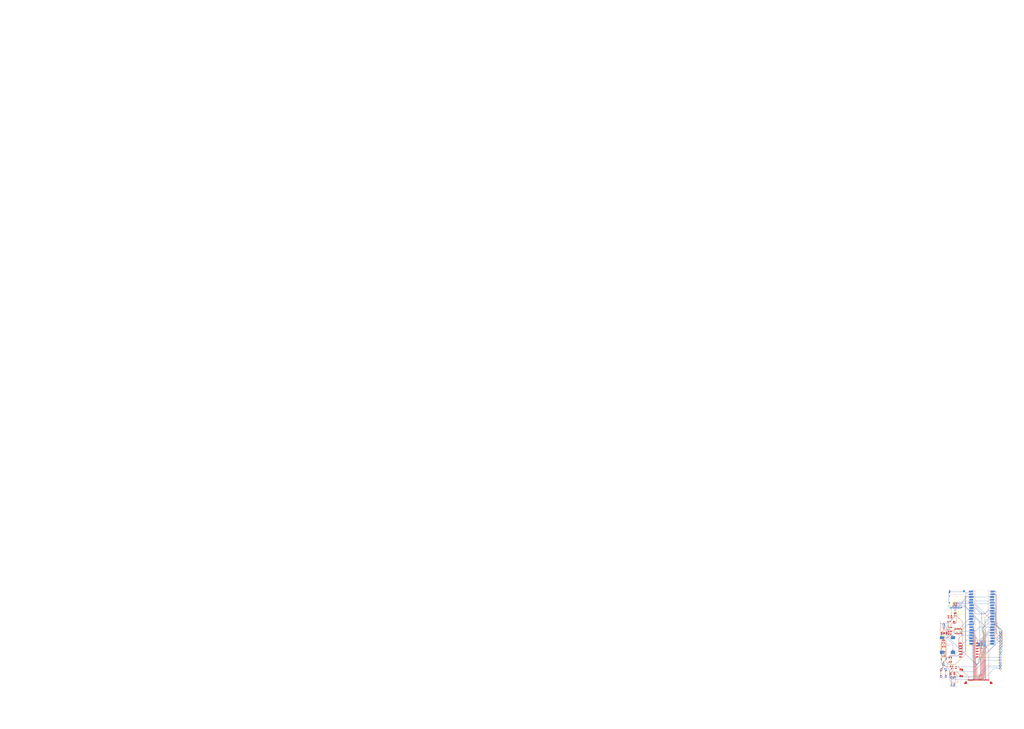
<source format=kicad_pcb>
(kicad_pcb (version 20240108) (generator "pcbnew") (generator_version "8.0")
  (title_block (title "Outdoor TFT kit") (date "2024-09-27") (rev "1.0") (comment 1 "PONS for HPA v4 compatible") (comment 2 "High brightness TFT from Newhaven") (comment 3 "Optional GPS,Speaker,SD,LiPo Charger"))
  (layers (0 "F.Cu" signal) (31 "B.Cu" signal) (34 "B.Paste" user) (35 "F.Paste" user) (36 "B.SilkS" user "B.Silkscreen") (37 "F.SilkS" user "F.Silkscreen") (38 "B.Mask" user) (39 "F.Mask" user) (44 "Edge.Cuts" user))
  (net 0 "")
  (net 1 "GND")
  (net 2 "UART1_TX")
  (net 3 "ADC_VREF")
  (net 4 "UART1_RX")
  (net 7 "+3.3V")
  (net 10 "DB12")
  (net 12 "DB8")
  (net 14 "TFT_RESET")
  (net 18 "DB0")
  (net 20 "DB14")
  (net 21 "DB1")
  (net 22 "DB15")
  (net 24 "TFT_DC")
  (net 25 "DB5")
  (net 26 "DB13")
  (net 27 "DB2")
  (net 28 "DB3")
  (net 29 "DB7")
  (net 30 "TFT_WR")
  (net 32 "DB6")
  (net 33 "DB11")
  (net 34 "DB9")
  (net 35 "DB10")
  (net 37 "DB4")
  (net 38 "SW_GPIO26")
  (net 39 "SPI0_MOSI_GPIO3")
  (net 42 "SPI0_MISO_GPIO2")
  (net 44 "GPIO5")
  (net 45 "SPI0_SCL_GPIO4")
  (net 46 "unconnected-(J4-SHIELD-Pad11)")
  (net 49 "VBAT")
  (net 50 "Net-(D1-A)")
  (net 51 "Net-(J3-Pad3)")
  (net 52 "TFT_PWR")
  (net 54 "VBUS")
  (net 55 "Net-(D1-K)")
  (net 56 "VBAT_IN")
  (net 57 "VSYS")
  (net 58 "Net-(U2-PROG)")
  (net 61 "SW_RUN")
  (net 62 "SPI0_MISO_GPIO4")
  (net 63 "SPI0_SCL_GPIO2")
  (net 67 "Net-(BT1-+)")
  (net 68 "Net-(D2-A)")
  (net 69 "Net-(C5-Pad2)")
  (net 70 "Net-(C6-Pad2)")
  (net 71 "Net-(U4-IN-)")
  (net 72 "Net-(U4-IN+)")
  (net 73 "Net-(J1-Pin_1)")
  (net 74 "Net-(J1-Pin_2)")
  (footprint "Battery:BatteryHolder_Seiko_MS621F" (layer "F.Cu") (at 206.6955 67.818 180)
    (property "Reference" "BT1")
    (property "Value" "MS621F")
  )
  (footprint "Capacitor_SMD:C_0603_1608Metric_Pad1.08x0.95mm_HandSolder" (layer "F.Cu") (at 202.819 76.2)
    (property "Reference" "C7")
    (property "Value" "1u")
  )
  (footprint "Connector_JST:JST_PH_B2B-PH-K_1x02_P2.00mm_Vertical" (layer "F.Cu") (at 196.7992 107.5436 90)
    (property "Reference" "PWR1")
    (property "Value" "1s Lipo Power input")
  )
  (footprint "Resistor_SMD:R_0603_1608Metric_Pad0.98x0.95mm_HandSolder" (layer "F.Cu") (at 203.2 100.3808 180)
    (property "Reference" "R1")
    (property "Value" "470")
  )
  (footprint "Diode_SMD:D_SOD-523" (layer "F.Cu") (at 208.1784 61.7728 180)
    (property "Reference" "D2")
    (property "Value" "RB520S-30")
  )
  (footprint "Capacitor_SMD:C_0603_1608Metric_Pad1.08x0.95mm_HandSolder" (layer "F.Cu") (at 207.518 50.2269 180)
    (property "Reference" "C3")
    (property "Value" "47u")
  )
  (footprint "Package_TO_SOT_SMD:SOT-23" (layer "F.Cu") (at 204.343 109.6795 -90)
    (property "Reference" "Q2")
    (property "Value" "DMG3415U")
  )
  (footprint "Capacitor_SMD:C_0603_1608Metric_Pad1.08x0.95mm_HandSolder" (layer "F.Cu") (at 204.216 62.865 90)
    (property "Reference" "C2")
    (property "Value" "100n")
  )
  (footprint "Connector_PinHeader_2.54mm:PinHeader_1x14_P2.54mm_Vertical" (layer "F.Cu") (at 249.428 77.47)
    (property "Reference" "J5")
    (property "Value" "Conn_01x14_Pin")
  )
  (footprint "Capacitor_SMD:C_0603_1608Metric_Pad1.08x0.95mm_HandSolder" (layer "F.Cu") (at 201.168 62.865 90)
    (property "Reference" "C1")
    (property "Value" "4.7u")
  )
  (footprint "RF_GPS:L86_QWS" (layer "F.Cu") (at 220.2465 93.472)
    (property "Reference" "U3")
    (property "Value" "LC86GPAMD")
  )
  (footprint "Jumper:SolderJumper-2_P1.3mm_Open_RoundedPad1.0x1.5mm" (layer "F.Cu") (at 203.327 115.443 90)
    (property "Reference" "JP2")
    (property "Value" "TFT_ON")
  )
  (footprint "Resistor_SMD:R_0603_1608Metric_Pad0.98x0.95mm_HandSolder" (layer "F.Cu") (at 197.0532 90.5256 180)
    (property "Reference" "R5")
    (property "Value" "2.2k")
  )
  (footprint "Package_SO:MSOP-8-1EP_3x3mm_P0.65mm_EP1.5x1.8mm" (layer "F.Cu") (at 197.364 77.92 180)
    (property "Reference" "U4")
    (property "Value" "PAM8304ASR")
  )
  (footprint "Resistor_SMD:R_0603_1608Metric_Pad0.98x0.95mm_HandSolder" (layer "F.Cu") (at 208.661 74.041 180)
    (property "Reference" "R8")
    (property "Value" "1M")
  )
  (footprint "Resistor_SMD:R_0603_1608Metric_Pad0.98x0.95mm_HandSolder" (layer "F.Cu") (at 208.534 78.105)
    (property "Reference" "R9")
    (property "Value" "1M")
  )
  (footprint "Resistor_SMD:R_0603_1608Metric_Pad0.98x0.95mm_HandSolder" (layer "F.Cu") (at 196.9516 94.8944)
    (property "Reference" "R6")
    (property "Value" "470")
  )
  (footprint "Jumper:SolderJumper-2_P1.3mm_Open_RoundedPad1.0x1.5mm" (layer "F.Cu") (at 206.883 115.316 -90)
    (property "Reference" "JP1")
    (property "Value" "BAT_ON")
  )
  (footprint "LED_SMD:LED_0603_1608Metric_Pad1.05x0.95mm_HandSolder" (layer "F.Cu") (at 197.1548 99.4664)
    (property "Reference" "D1")
    (property "Value" "CHG LED")
  )
  (footprint "Resistor_SMD:R_0603_1608Metric_Pad0.98x0.95mm_HandSolder" (layer "F.Cu") (at 203.2 104.4448 180)
    (property "Reference" "R2")
    (property "Value" "470")
  )
  (footprint "Package_TO_SOT_SMD:SOT-23-5" (layer "F.Cu") (at 196.7484 85.5472 -90)
    (property "Reference" "U2")
    (property "Value" "MCP73831-2-OT")
  )
  (footprint "Capacitor_SMD:C_0603_1608Metric_Pad1.08x0.95mm_HandSolder" (layer "F.Cu") (at 207.518 52.197 180)
    (property "Reference" "C4")
    (property "Value" "100n")
  )
  (footprint "Resistor_SMD:R_0603_1608Metric_Pad0.98x0.95mm_HandSolder" (layer "F.Cu") (at 201.93 67.183 180)
    (property "Reference" "R7")
    (property "Value" "1.2k")
  )
  (footprint "Connector_Molex:CON_541324062_MOL" (layer "F.Cu") (at 229.088 123.4964)
    (property "Reference" "J3")
    (property "Value" "541324062")
  )
  (footprint "Capacitor_SMD:C_0603_1608Metric_Pad1.08x0.95mm_HandSolder" (layer "F.Cu") (at 212.217 74.041 180)
    (property "Reference" "C5")
    (property "Value" "100n")
  )
  (footprint "Capacitor_SMD:C_0603_1608Metric_Pad1.08x0.95mm_HandSolder" (layer "F.Cu") (at 212.09 78.105 180)
    (property "Reference" "C6")
    (property "Value" "100n")
  )
  (footprint "Capacitor_SMD:C_0603_1608Metric_Pad1.08x0.95mm_HandSolder" (layer "F.Cu") (at 202.9195 72.771)
    (property "Reference" "C9")
    (property "Value" "(47u)")
  )
  (footprint "Resistor_SMD:R_2512_6332Metric_Pad1.40x3.35mm_HandSolder" (layer "F.Cu") (at 213.3092 114.6068 90)
    (property "Reference" "R4")
    (property "Value" "1-10")
  )
  (footprint "Capacitor_SMD:C_0603_1608Metric_Pad1.08x0.95mm_HandSolder" (layer "F.Cu") (at 202.819 78.867)
    (property "Reference" "C8")
    (property "Value" "1u")
  )
  (footprint "Jumper:SolderJumper-2_P1.3mm_Open_RoundedPad1.0x1.5mm" (layer "F.Cu") (at 207.66 59.436 180)
    (property "Reference" "JP3")
    (property "Value" "VBCKP")
  )
  (footprint "Resistor_SMD:R_0603_1608Metric_Pad0.98x0.95mm_HandSolder" (layer "F.Cu") (at 208.407 109.728 90)
    (property "Reference" "R3")
    (property "Value" "470")
  )
  (footprint "Connector_JST:JST_XA_B02B-XASK-1_1x02_P2.50mm_Vertical" (layer "B.Cu") (at 197.104 69.94 -90)
    (property "Reference" "J1")
    (property "Value" "Ext. Speaker")
  )
  (footprint "Button_Switch_SMD:TVAF06-A020B-R" (layer "B.Cu") (at 197.1548 101.6762 180)
    (property "Reference" "RSTSW1")
    (property "Value" "RSTSW_BOARD")
    (fp_circle (center 0 0.9144) (end 0.375 0.9144) (stroke (width 0.05)) (fill none) (layer "Edge.Cuts"))
    (fp_circle (center 0 -0.9144) (end -0.375 -0.9144) (stroke (width 0.05)) (fill none) (layer "Edge.Cuts"))
  )
  (footprint "Button_Switch_THT:SW_DIP_SPSTx02_Slide_9.78x7.26mm_W7.62mm_P2.54mm" (layer "B.Cu") (at 206.756 126.3225 90)
    (property "Reference" "SW3")
    (property "Value" "BAT_TFT_SW")
  )
  (footprint "Buzzer_Beeper:UM1515IA085008" (layer "B.Cu") (at 200.754 88.77 -90)
    (property "Reference" "LS1" (hide yes))
    (property "Value" "UM1515IA")
  )
  (footprint "Rasbery Pi Pico:RPi_Pico_SMD" (layer "B.Cu") (at 232.271 63.515 180)
    (property "Reference" "U1")
    (property "Value" "Pico")
  )
  (footprint "Connector_Card:microSD_HC_Hirose_DM3AT-SF-PEJM5" (layer "B.Cu") (at 209.266 46.407)
    (property "Reference" "J4")
    (property "Value" "Micro_SD_Card_Det2")
  )
  (footprint "Button_Switch_THT:SW_PUSH_6mm_H9.5mm" (layer "B.Cu") (at 194.6508 111.5834 -90)
    (property "Reference" "SW1")
    (property "Value" "SW0_BOARD")
  )
  (gr_line (start 251.079 111.506) (end 253.746 111.506) (stroke (width 0.1)) (layer "F.SilkS"))
  (gr_line (start 193.802 83.312) (end 200.66 83.312) (stroke (width 0.1)) (layer "F.SilkS"))
  (gr_line (start 216.154 81.026) (end 202.184 81.026) (stroke (width 0.1)) (layer "F.SilkS"))
  (gr_line (start 253.746 86.614) (end 251.46 86.614) (stroke (width 0.1)) (layer "F.SilkS"))
  (gr_line (start 253.746 99.06) (end 251.333 99.06) (stroke (width 0.1)) (layer "F.SilkS"))
  (gr_line (start 253.746 111.506) (end 253.746 99.06) (stroke (width 0.1)) (layer "F.SilkS"))
  (gr_line (start 247.523 86.614) (end 246.126 86.614) (stroke (width 0.1)) (layer "F.SilkS"))
  (gr_line (start 246.126 99.06) (end 246.126 111.506) (stroke (width 0.1)) (layer "F.SilkS"))
  (gr_circle (center 220.218 93.472) (end 221.488 94.488) (stroke (width 0.1)) (fill none) (layer "F.SilkS"))
  (gr_line (start 246.126 111.506) (end 247.777 111.506) (stroke (width 0.1)) (layer "F.SilkS"))
  (gr_line (start 246.126 96.266) (end 247.269 96.266) (stroke (width 0.1)) (layer "F.SilkS"))
  (gr_line (start 246.126 89.154) (end 247.396 89.154) (stroke (width 0.1)) (layer "F.SilkS"))
  (gr_line (start 246.126 89.154) (end 246.126 96.266) (stroke (width 0.1)) (layer "F.SilkS"))
  (gr_line (start 216.5096 80.3148) (end 216.5096 72.1868) (stroke (width 0.1)) (layer "F.SilkS"))
  (gr_line (start 253.746 89.154) (end 251.714 89.154) (stroke (width 0.1)) (layer "F.SilkS"))
  (gr_rect (start 200.5203 45.339) (end 213.36 53.848) (stroke (width 0.1)) (fill none) (layer "F.SilkS"))
  (gr_line (start 200.66 103.2764) (end 193.5734 103.2764) (stroke (width 0.1)) (layer "F.SilkS"))
  (gr_line (start 246.126 75.946) (end 246.126 86.614) (stroke (width 0.1)) (layer "F.SilkS"))
  (gr_line (start 253.746 89.154) (end 253.746 96.266) (stroke (width 0.1)) (layer "F.SilkS"))
  (gr_line (start 216.535 69.723) (end 216.535 56.388) (stroke (width 0.1)) (layer "F.SilkS"))
  (gr_line (start 216.154 71.7296) (end 198.7804 71.7296) (stroke (width 0.1)) (layer "F.SilkS"))
  (gr_line (start 200.66 103.2764) (end 200.66 83.312) (stroke (width 0.1)) (layer "F.SilkS"))
  (gr_line (start 247.523 99.06) (end 246.126 99.06) (stroke (width 0.1)) (layer "F.SilkS"))
  (gr_line (start 253.746 75.946) (end 253.746 86.614) (stroke (width 0.1)) (layer "F.SilkS"))
  (gr_line (start 216.535 56.388) (end 202.311 56.388) (stroke (width 0.1)) (layer "F.SilkS"))
  (gr_line (start 246.126 75.946) (end 253.746 75.946) (stroke (width 0.1)) (layer "F.SilkS"))
  (gr_line (start 253.746 96.266) (end 251.46 96.266) (stroke (width 0.1)) (layer "F.SilkS"))
  (gr_circle (center 249.936 72.39) (end 251.136 72.39) (stroke (width 0.05)) (fill none) (layer "Edge.Cuts"))
  (gr_circle (center 197.104 122.428) (end 198.304 122.428) (stroke (width 0.05)) (fill none) (layer "Edge.Cuts"))
  (gr_line (start 200.152 64.77) (end 200.152 38.608) (stroke (width 0.05)) (layer "Edge.Cuts"))
  (gr_line (start 201.422 37.338) (end 245.618 37.338) (stroke (width 0.05)) (layer "Edge.Cuts"))
  (gr_line (start 198.882 66.04) (end 194.31 66.04) (stroke (width 0.05)) (layer "Edge.Cuts"))
  (gr_line (start 252.73 127.879974) (end 194.31 127.879974) (stroke (width 0.05)) (layer "Edge.Cuts"))
  (gr_arc (start 245.618 37.338) (mid 246.516026 37.709974) (end 246.888 38.608) (stroke (width 0.05)) (layer "Edge.Cuts"))
  (gr_arc (start 254 126.609974) (mid 253.628026 127.508) (end 252.73 127.879974) (stroke (width 0.05)) (layer "Edge.Cuts"))
  (gr_line (start 254 67.31) (end 254 126.609974) (stroke (width 0.05)) (layer "Edge.Cuts"))
  (gr_arc (start 194.31 127.879974) (mid 193.411974 127.508) (end 193.04 126.609974) (stroke (width 0.05)) (layer "Edge.Cuts"))
  (gr_arc (start 252.73 66.04) (mid 253.628026 66.411974) (end 254 67.31) (stroke (width 0.05)) (layer "Edge.Cuts"))
  (gr_arc (start 200.152 38.608) (mid 200.523974 37.709974) (end 201.422 37.338) (stroke (width 0.05)) (layer "Edge.Cuts"))
  (gr_line (start 246.888 38.608) (end 246.888 65.024) (stroke (width 0.05)) (layer "Edge.Cuts"))
  (gr_circle (center 249.936 122.428) (end 251.136 122.428) (stroke (width 0.05)) (fill none) (layer "Edge.Cuts"))
  (gr_arc (start 247.904 66.04) (mid 247.18558 65.74242) (end 246.888 65.024) (stroke (width 0.05)) (layer "Edge.Cuts"))
  (gr_line (start 247.904 66.04) (end 252.73 66.04) (stroke (width 0.05)) (layer "Edge.Cuts"))
  (gr_arc (start 193.04 67.31) (mid 193.411974 66.411974) (end 194.31 66.04) (stroke (width 0.05)) (layer "Edge.Cuts"))
  (gr_arc (start 200.152 64.77) (mid 199.780026 65.668026) (end 198.882 66.04) (stroke (width 0.05)) (layer "Edge.Cuts"))
  (gr_line (start 193.04 67.31) (end 193.04 126.609974) (stroke (width 0.05)) (layer "Edge.Cuts"))
  (gr_text "MicroSD (Optional)" (at 215.773 42.418 0) (layer "B.SilkS") (effects (font (size 0.9 0.9) (thickness 0.1)) (justify left bottom mirror)))
  (gr_text "Speaker\n(Optional)" (at 204.216 89.916 0) (layer "B.SilkS") (effects (font (size 1 1) (thickness 0.1)) (justify left bottom mirror)))
  (gr_text "3V3" (at 251.206 110.998 0) (layer "F.SilkS") (effects (font (size 0.8 0.8) (thickness 0.1)) (justify left bottom)))
  (gr_text "With  GPS,SD,Speaker,LiPoCharger Option" (at 238.1504 101.4476 90) (layer "F.SilkS") (effects (font (size 1 1) (thickness 0.1)) (justify left bottom)))
  (gr_text "VBAT" (at 250.825 106.172 0) (layer "F.SilkS") (effects (font (size 0.8 0.8) (thickness 0.1)) (justify left bottom)))
  (gr_text "IO3" (at 251.46 93.218 0) (layer "F.SilkS") (effects (font (size 0.8 0.8) (thickness 0.1)) (justify left bottom)))
  (gr_text "REF" (at 250.952 88.392 0) (layer "F.SilkS") (effects (font (size 0.8 0.8) (thickness 0.1)) (justify left bottom)))
  (gr_text "Lipo Charger (Optional)" (at 200.3044 103.1748 90) (layer "F.SilkS") (effects (font (size 0.9 0.9) (thickness 0.1)) (justify left bottom)))
  (gr_text "SD Dec.Cap.\n(Optional)" (at 204.724 48.514 0) (layer "F.SilkS") (effects (font (size 0.9 0.9) (thickness 0.1)) (justify left bottom)))
  (gr_text "3V3" (at 251.206 77.978 0) (layer "F.SilkS") (effects (font (size 0.8 0.8) (thickness 0.1)) (justify left bottom)))
  (gr_text "RX" (at 251.206 83.058 0) (layer "F.SilkS") (effects (font (size 0.8 0.8) (thickness 0.1)) (justify left bottom)))
  (gr_text "GPS (Optional)" (at 214.757 97.79 0) (layer "F.SilkS") (effects (font (size 0.9 0.9) (thickness 0.1)) (justify left bottom)))
  (gr_text "I/O Data+PWR" (at 247.396 85.979 90) (layer "F.SilkS") (effects (font (size 0.8 0.8) (thickness 0.1)) (justify left bottom)))
  (gr_text "Ext. SW(OP)" (at 247.523 108.839 90) (layer "F.SilkS") (effects (font (size 0.8 0.8) (thickness 0.1)) (justify left bottom)))
  (gr_text "SPK" (at 247.523 99.06 90) (layer "F.SilkS") (effects (font (size 0.8 0.8) (thickness 0.1)) (justify left bottom)))
  (gr_text "S26" (at 250.952 100.838 0) (layer "F.SilkS") (effects (font (size 0.8 0.8) (thickness 0.1)) (justify left bottom)))
  (gr_text "SD Resvd." (at 247.396 95.631 90) (layer "F.SilkS") (effects (font (size 0.8 0.8) (thickness 0.1)) (justify left bottom)))
  (gr_text "IO2" (at 251.46 90.678 0) (layer "F.SilkS") (effects (font (size 0.8 0.8) (thickness 0.1)) (justify left bottom)))
  (gr_text "NHD-2.4-240320CF-CSXN#-F" (at 213.36 127.508 0) (layer "F.SilkS") (effects (font (size 0.8 0.8) (thickness 0.1)) (justify left bottom)))
  (gr_text "Outdoor TFT Kit Board V1.1\n2024/10/6" (at 236.22 102.616 90) (layer "F.SilkS") (effects (font (size 1.8 1.8) (thickness 0.2)) (justify left bottom)))
  (gr_text "TX" (at 251.206 85.598 0) (layer "F.SilkS") (effects (font (size 0.8 0.8) (thickness 0.1)) (justify left bottom)))
  (gr_text "+" (at 209.804 63.881 -90) (layer "F.SilkS") (effects (font (size 1 1)) (justify left bottom)))
  (gr_text "V" (at 246.888 88.392 0) (layer "F.SilkS") (effects (font (size 0.8 0.8) (thickness 0.1)) (justify left bottom)))
  (gr_text "(PONS for HPA v4)" (at 236.22 84.074 90) (layer "F.SilkS") (effects (font (size 1.5 1.5) (thickness 0.2)) (justify left bottom)))
  (gr_text "IO4" (at 251.46 95.758 0) (layer "F.SilkS") (effects (font (size 0.8 0.8) (thickness 0.1)) (justify left bottom)))
  (gr_text "TFT" (at 251.46 108.458 0) (layer "F.SilkS") (effects (font (size 0.8 0.8) (thickness 0.1)) (justify left bottom)))
  (gr_text "IO5" (at 251.46 98.298 0) (layer "F.SilkS") (effects (font (size 0.8 0.8) (thickness 0.1)) (justify left bottom)))
  (gr_text "Amp. Optional" (at 194.056 80.01 90) (layer "F.SilkS") (effects (font (size 0.8 0.8) (thickness 0.1)) (justify left bottom)))
  (gr_text "GND" (at 251.206 80.518 0) (layer "F.SilkS") (effects (font (size 0.8 0.8) (thickness 0.1)) (justify left bottom)))
  (gr_text "BVIN" (at 250.952 103.378 0) (layer "F.SilkS") (effects (font (size 0.8 0.8) (thickness 0.1)) (justify left bottom)))
  (gr_text "GPS V_BCKP(Optional)" (at 200.533 58.039 0) (layer "F.SilkS") (effects (font (size 0.9 0.9) (thickness 0.1)) (justify left bottom)))
  (segment (start 196.7484 84.4097) (end 196.7484 89.9179) (width 0.2) (layer "F.Cu") (net 1))
  (segment (start 223.838 121.9001) (end 222.838 121.9001) (width 0.2) (layer "F.Cu") (net 1))
  (segment (start 222.1407 121.9001) (end 221.838 121.9001) (width 0.2) (layer "F.Cu") (net 1))
  (segment (start 199.2054 81.9917) (end 200.9918 81.9917) (width 0.2) (layer "F.Cu") (net 1))
  (segment (start 213.0795 74.041) (end 212.2857 73.2472) (width 0.2) (layer "F.Cu") (net 1))
  (segment (start 203.782 72.771) (end 208.0744 72.771) (width 0.2) (layer "F.Cu") (net 1))
  (segment (start 220.838 120.9984) (end 220.838 121.9001) (width 0.2) (layer "F.Cu") (net 1))
  (segment (start 222.838 121.7028) (end 222.6407 121.9001) (width 0.2) (layer "F.Cu") (net 1))
  (segment (start 206.508 66.8805) (end 206.6955 67.068) (width 0.2) (layer "F.Cu") (net 1))
  (segment (start 208.0744 72.771) (end 208.5506 73.2472) (width 0.2) (layer "F.Cu") (net 1))
  (segment (start 212.4965 92.202) (end 214.0428 92.202) (width 0.2) (layer "F.Cu") (net 1))
  (segment (start 211.134 91.0341) (end 213.5259 91.0341) (width 0.2) (layer "F.Cu") (net 1))
  (segment (start 203.782 72.771) (end 203.782 69.6065) (width 0.2) (layer "F.Cu") (net 1))
  (segment (start 221.338 121.7028) (end 221.1407 121.9001) (width 0.2) (layer "F.Cu") (net 1))
  (segment (start 206.6555 51.2119) (end 206.6555 52.197) (width 0.2) (layer "F.Cu") (net 1))
  (segment (start 222.338 121.4492) (end 222.338 121.7028) (width 0.2) (layer "F.Cu") (net 1))
  (segment (start 196.7484 89.9179) (end 196.1407 90.5256) (width 0.2) (layer "F.Cu") (net 1))
  (segment (start 210.5485 90.4486) (end 211.134 91.0341) (width 0.2) (layer "F.Cu") (net 1))
  (segment (start 203.782 69.6065) (end 206.508 66.8805) (width 0.2) (layer "F.Cu") (net 1))
  (segment (start 223.838 121.8986) (end 223.838 121.9001) (width 0.2) (layer "F.Cu") (net 1))
  (segment (start 222.6407 121.9001) (end 222.338 121.9001) (width 0.2) (layer "F.Cu") (net 1))
  (segment (start 222.338 120.9984) (end 222.338 121.4492) (width 0.2) (layer "F.Cu") (net 1))
  (segment (start 194.1195 79.3628) (end 196.7484 81.9917) (width 0.2) (layer "F.Cu") (net 1))
  (segment (start 223.838 121.7992) (end 223.838 121.8986) (width 0.2) (layer "F.Cu") (net 1))
  (segment (start 196.7484 81.9917) (end 196.7484 84.4097) (width 0.2) (layer "F.Cu") (net 1))
  (segment (start 196.7992 105.5436) (end 196.7992 104.6419) (width 0.2) (layer "F.Cu") (net 1))
  (segment (start 208.5506 74.5437) (end 206.8943 76.2) (width 0.2) (layer "F.Cu") (net 1))
  (segment (start 228.7154 88.6451) (end 228.3608 88.6451) (width 0.2) (layer "F.Cu") (net 1))
  (segment (start 227.9965 87.122) (end 229.5428 87.122) (width 0.2) (layer "F.Cu") (net 1))
  (segment (start 220.838 121.9001) (end 219.838 121.9001) (width 0.2) (layer "F.Cu") (net 1))
  (segment (start 204.216 54.6365) (end 204.216 62.0025) (width 0.2) (layer "F.Cu") (net 1))
  (segment (start 221.338 121.4492) (end 221.338 121.7028) (width 0.2) (layer "F.Cu") (net 1))
  (segment (start 223.838 121.8986) (end 223.8395 121.9001) (width 0.2) (layer "F.Cu") (net 1))
  (segment (start 227.9965 83.4395) (end 227.9965 87.122) (width 0.2) (layer "F.Cu") (net 1))
  (segment (start 195.2515 78.245) (end 194.5453 78.245) (width 0.2) (layer "F.Cu") (net 1))
  (segment (start 222.838 120.9984) (end 222.838 121.4492) (width 0.2) (layer "F.Cu") (net 1))
  (segment (start 212.2857 73.2472) (end 208.5506 73.2472) (width 0.2) (layer "F.Cu") (net 1))
  (segment (start 238.838 93.2513) (end 238.838 120.9984) (width 0.2) (layer "F.Cu") (net 1))
  (segment (start 223.8395 121.9001) (end 234.338 121.9001) (width 0.2) (layer "F.Cu") (net 1))
  (segment (start 221.338 121.7028) (end 221.338 121.9001) (width 0.2) (layer "F.Cu") (net 1))
  (segment (start 222.838 121.7028) (end 222.838 121.9001) (width 0.2) (layer "F.Cu") (net 1))
  (segment (start 226.6007 82.0437) (end 227.9965 83.4395) (width 0.2) (layer "F.Cu") (net 1))
  (segment (start 201.168 62.0025) (end 204.216 62.0025) (width 0.2) (layer "F.Cu") (net 1))
  (segment (start 222.338 121.7028) (end 222.338 121.9001) (width 0.2) (layer "F.Cu") (net 1))
  (segment (start 194.1195 78.6708) (end 194.1195 79.3628) (width 0.2) (layer "F.Cu") (net 1))
  (segment (start 221.838 121.4492) (end 221.838 121.7028) (width 0.2) (layer "F.Cu") (net 1))
  (segment (start 213.0795 74.041) (end 213.8007 74.7622) (width 0.2) (layer "F.Cu") (net 1))
  (segment (start 222.338 121.7028) (end 222.1407 121.9001) (width 0.2) (layer "F.Cu") (net 1))
  (segment (start 203.6815 78.867) (end 203.6815 76.2) (width 0.2) (layer "F.Cu") (net 1))
  (segment (start 229.5428 87.122) (end 229.5428 87.8177) (width 0.2) (layer "F.Cu") (net 1))
  (segment (start 221.1407 121.9001) (end 220.838 121.9001) (width 0.2) (layer "F.Cu") (net 1))
  (segment (start 219.838 121.7992) (end 219.838 121.8986) (width 0.2) (layer "F.Cu") (net 1))
  (segment (start 219.838 121.8986) (end 219.838 121.9001) (width 0.2) (layer "F.Cu") (net 1))
  (segment (start 206.6555 52.197) (end 204.216 54.6365) (width 0.2) (layer "F.Cu") (net 1))
  (segment (start 213.5259 91.0341) (end 214.0428 91.551) (width 0.2) (layer "F.Cu") (net 1))
  (segment (start 236.2306 90.6439) (end 238.838 93.2513) (width 0.2) (layer "F.Cu") (net 1))
  (segment (start 221.838 121.7028) (end 221.838 121.9001) (width 0.2) (layer "F.Cu") (net 1))
  (segment (start 221.838 120.9984) (end 221.838 121.4492) (width 0.2) (layer "F.Cu") (net 1))
  (segment (start 213.8007 74.7622) (end 213.8007 79.8628) (width 0.2) (layer "F.Cu") (net 1))
  (segment (start 210.5485 83.115) (end 210.5485 90.4486) (width 0.2) (layer "F.Cu") (net 1))
  (segment (start 229.5428 87.8177) (end 228.7154 88.6451) (width 0.2) (layer "F.Cu") (net 1))
  (segment (start 238.838 121.9001) (end 234.338 121.9001) (width 0.2) (layer "F.Cu") (net 1))
  (segment (start 234.338 120.9984) (end 234.338 121.9001) (width 0.2) (layer "F.Cu") (net 1))
  (segment (start 203.6815 79.302) (end 203.6815 78.867) (width 0.2) (layer "F.Cu") (net 1))
  (segment (start 199.2054 102.2357) (end 199.2054 81.9917) (width 0.2) (layer "F.Cu") (net 1))
  (segment (start 213.8007 79.8628) (end 210.5485 83.115) (width 0.2) (layer "F.Cu") (net 1))
  (segment (start 206.8943 76.2) (end 203.6815 76.2) (width 0.2) (layer "F.Cu") (net 1))
  (segment (start 198.7444 118.0072) (end 198.7444 111.5072) (width 0.2) (layer "F.Cu") (net 1))
  (segment (start 196.7992 104.6419) (end 199.2054 102.2357) (width 0.2) (layer "F.Cu") (net 1))
  (segment (start 208.5506 73.2472) (end 208.5506 74.5437) (width 0.2) (layer "F.Cu") (net 1))
  (segment (start 221.838 121.7028) (end 221.6407 121.9001) (width 0.2) (layer "F.Cu") (net 1))
  (segment (start 238.838 120.9984) (end 238.838 121.9001) (width 0.2) (layer "F.Cu") (net 1))
  (segment (start 206.6555 50.2269) (end 206.6555 51.2119) (width 0.2) (layer "F.Cu") (net 1))
  (segment (start 199.2054 81.9917) (end 196.7484 81.9917) (width 0.2) (layer "F.Cu") (net 1))
  (segment (start 221.338 121.0234) (end 221.338 121.4492) (width 0.2) (layer "F.Cu") (net 1))
  (segment (start 221.6407 121.9001) (end 221.338 121.9001) (width 0.2) (layer "F.Cu") (net 1))
  (segment (start 222.838 121.4492) (end 222.838 121.7028) (width 0.2) (layer "F.Cu") (net 1))
  (segment (start 194.5453 78.245) (end 194.1195 78.6708) (width 0.2) (layer "F.Cu") (net 1))
  (segment (start 200.9918 81.9917) (end 203.6815 79.302) (width 0.2) (layer "F.Cu") (net 1))
  (segment (start 214.0428 91.551) (end 214.0428 92.202) (width 0.2) (layer "F.Cu") (net 1))
  (segment (start 219.838 120.9984) (end 219.838 121.7992) (width 0.2) (layer "F.Cu") (net 1))
  (segment (start 223.838 120.9984) (end 223.838 121.7992) (width 0.2) (layer "F.Cu") (net 1))
  (segment (start 221.338 121.0234) (end 221.338 120.9984) (width 0.2) (layer "F.Cu") (net 1))
  (via (at 206.6555 51.2119) (size 0.6) (drill 0.3) (layers "F.Cu" "B.Cu") (net 1))
  (via (at 213.8007 79.8628) (size 0.6) (drill 0.3) (layers "F.Cu" "B.Cu") (net 1))
  (via (at 228.3608 88.6451) (size 0.6) (drill 0.3) (layers "F.Cu" "B.Cu") (net 1))
  (via (at 226.6007 82.0437) (size 0.6) (drill 0.3) (layers "F.Cu" "B.Cu") (net 1))
  (via (at 236.2306 90.6439) (size 0.6) (drill 0.3) (layers "F.Cu" "B.Cu") (net 1))
  (segment (start 206.541 55.0337) (end 210.941 55.0337) (width 0.2) (layer "B.Cu") (net 1))
  (segment (start 223.381 82.565) (end 220.4293 82.565) (width 0.2) (layer "B.Cu") (net 1))
  (segment (start 223.381 57.165) (end 224.5327 57.165) (width 0.2) (layer "B.Cu") (net 1))
  (segment (start 214.5172 79.1463) (end 213.8007 79.8628) (width 0.2) (layer "B.Cu") (net 1))
  (segment (start 241.161 44.465) (end 223.381 44.465) (width 0.2) (layer "B.Cu") (net 1))
  (segment (start 196.7992 104.6419) (end 196.7992 105.0927) (width 0.2) (layer "B.Cu") (net 1))
  (segment (start 196.7992 105.0927) (end 195.6132 106.2787) (width 0.2) (layer "B.Cu") (net 1))
  (segment (start 210.941 54.482) (end 210.941 54.132) (width 0.2) (layer "B.Cu") (net 1))
  (segment (start 248.2763 80.01) (end 248.2763 74.0286) (width 0.2) (layer "B.Cu") (net 1))
  (segment (start 235.1365 60.1984) (end 238.1699 57.165) (width 0.2) (layer "B.Cu") (net 1))
  (segment (start 206.541 52.0808) (end 206.541 54.132) (width 0.2) (layer "B.Cu") (net 1))
  (segment (start 241.161 69.865) (end 244.1127 69.865) (width 0.2) (layer "B.Cu") (net 1))
  (segment (start 220.5958 63.3967) (end 220.4293 63.2302) (width 0.2) (layer "B.Cu") (net 1))
  (segment (start 213.223 49.632) (end 208.9898 49.632) (width 0.2) (layer "B.Cu") (net 1))
  (segment (start 220.4293 63.2302) (end 220.4293 57.165) (width 0.2) (layer "B.Cu") (net 1))
  (segment (start 207.0327 51.5891) (end 206.6555 51.2119) (width 0.2) (layer "B.Cu") (net 1))
  (segment (start 196.7992 105.5436) (end 196.7992 105.0927) (width 0.2) (layer "B.Cu") (net 1))
  (segment (start 195.6132 108.376) (end 198.7444 111.5072) (width 0.2) (layer "B.Cu") (net 1))
  (segment (start 225.3382 69.0595) (end 225.3382 64.5919) (width 0.2) (layer "B.Cu") (net 1))
  (segment (start 220.4293 81.0607) (end 219.4087 80.04) (width 0.2) (layer "B.Cu") (net 1))
  (segment (start 225.5395 79.9913) (end 225.5395 80.9825) (width 0.2) (layer "B.Cu") (net 1))
  (segment (start 219.4086 80.04) (end 215.4108 80.04) (width 0.2) (layer "B.Cu") (net 1))
  (segment (start 220.4293 57.165) (end 216.4946 53.2303) (width 0.2) (layer "B.Cu") (net 1))
  (segment (start 194.818 101.6762) (end 194.818 102.6607) (width 0.2) (layer "B.Cu") (net 1))
  (segment (start 207.0327 51.5891) (end 206.541 52.0808) (width 0.2) (layer "B.Cu") (net 1))
  (segment (start 243.9641 86.2567) (end 240.397 86.2567) (width 0.2) (layer "B.Cu") (net 1))
  (segment (start 212.2998 76.929) (end 212.2998 76.4584) (width 0.2) (layer "B.Cu") (net 1))
  (segment (start 224.5327 69.865) (end 225.3382 69.0595) (width 0.2) (layer "B.Cu") (net 1))
  (segment (start 216.4946 53.2303) (end 210.941 53.2303) (width 0.2) (layer "B.Cu") (net 1))
  (segment (start 220.5754 78.8733) (end 224.4215 78.8733) (width 0.2) (layer "B.Cu") (net 1))
  (segment (start 248.2763 74.0286) (end 244.1127 69.865) (width 0.2) (layer "B.Cu") (net 1))
  (segment (start 224.5327 57.165) (end 227.5661 60.1984) (width 0.2) (layer "B.Cu") (net 1))
  (segment (start 238.1699 57.165) (end 241.161 57.165) (width 0.2) (layer "B.Cu") (net 1))
  (segment (start 224.143 63.3967) (end 220.5958 63.3967) (width 0.2) (layer "B.Cu") (net 1))
  (segment (start 195.6132 106.2787) (end 195.6132 108.376) (width 0.2) (layer "B.Cu") (net 1))
  (segment (start 244.1264 86.0944) (end 243.9641 86.2567) (width 0.2) (layer "B.Cu") (net 1))
  (segment (start 234.5738 92.3007) (end 236.2306 90.6439) (width 0.2) (layer "B.Cu") (net 1))
  (segment (start 210.941 54.9328) (end 210.941 55.0322) (width 0.2) (layer "B.Cu") (net 1))
  (segment (start 249.428 80.01) (end 248.2763 80.01) (width 0.2) (layer "B.Cu") (net 1))
  (segment (start 208.9898 49.632) (end 207.0327 51.5891) (width 0.2) (layer "B.Cu") (net 1))
  (segment (start 223.381 57.165) (end 220.5302 57.165) (width 0.2) (layer "B.Cu") (net 1))
  (segment (start 218.39 44.465) (end 213.223 49.632) (width 0.2) (layer "B.Cu") (net 1))
  (segment (start 219.4087 80.04) (end 220.5754 78.8733) (width 0.2) (layer "B.Cu") (net 1))
  (segment (start 194.818 102.6607) (end 196.7992 104.6419) (width 0.2) (layer "B.Cu") (net 1))
  (segment (start 218.8932 69.865) (end 223.381 69.865) (width 0.2) (layer "B.Cu") (net 1))
  (segment (start 212.2998 76.4584) (end 218.8932 69.865) (width 0.2) (layer "B.Cu") (net 1))
  (segment (start 227.5661 60.1984) (end 235.1365 60.1984) (width 0.2) (layer "B.Cu") (net 1))
  (segment (start 210.941 54.132) (end 210.941 53.2303) (width 0.2) (layer "B.Cu") (net 1))
  (segment (start 210.941 54.482) (end 210.941 54.9328) (width 0.2) (layer "B.Cu") (net 1))
  (segment (start 223.381 69.865) (end 224.5327 69.865) (width 0.2) (layer "B.Cu") (net 1))
  (segment (start 215.4108 80.04) (end 214.5172 79.1463) (width 0.2) (layer "B.Cu") (net 1))
  (segment (start 225.5395 80.9825) (end 226.6007 82.0437) (width 0.2) (layer "B.Cu") (net 1))
  (segment (start 219.4087 80.04) (end 219.4086 80.04) (width 0.2) (layer "B.Cu") (net 1))
  (segment (start 228.3608 88.6451) (end 228.3608 89.9835) (width 0.2) (layer "B.Cu") (net 1))
  (segment (start 210.941 55.0322) (end 210.941 55.0337) (width 0.2) (layer "B.Cu") (net 1))
  (segment (start 240.397 86.2567) (end 236.2306 90.4231) (width 0.2) (layer "B.Cu") (net 1))
  (segment (start 236.2306 90.4231) (end 236.2306 90.6439) (width 0.2) (layer "B.Cu") (net 1))
  (segment (start 225.3382 64.5919) (end 224.143 63.3967) (width 0.2) (layer "B.Cu") (net 1))
  (segment (start 244.1264 82.565) (end 245.7213 82.565) (width 0.2) (layer "B.Cu") (net 1))
  (segment (start 220.4293 82.565) (end 220.4293 81.0607) (width 0.2) (layer "B.Cu") (net 1))
  (segment (start 245.7213 82.565) (end 248.2763 80.01) (width 0.2) (layer "B.Cu") (net 1))
  (segment (start 214.5172 79.1463) (end 212.2998 76.929) (width 0.2) (layer "B.Cu") (net 1))
  (segment (start 206.541 54.132) (end 206.541 55.0337) (width 0.2) (layer "B.Cu") (net 1))
  (segment (start 241.161 82.565) (end 244.1264 82.565) (width 0.2) (layer "B.Cu") (net 1))
  (segment (start 230.678 92.3007) (end 234.5738 92.3007) (width 0.2) (layer "B.Cu") (net 1))
  (segment (start 228.3608 89.9835) (end 230.678 92.3007) (width 0.2) (layer "B.Cu") (net 1))
  (segment (start 224.4215 78.8733) (end 225.5395 79.9913) (width 0.2) (layer "B.Cu") (net 1))
  (segment (start 220.5302 57.165) (end 220.4293 57.165) (width 0.2) (layer "B.Cu") (net 1))
  (segment (start 223.381 44.465) (end 218.39 44.465) (width 0.2) (layer "B.Cu") (net 1))
  (segment (start 244.1264 82.565) (end 244.1264 86.0944) (width 0.2) (layer "B.Cu") (net 1))
  (segment (start 249.428 83.9383) (end 249.1401 83.9383) (width 0.2) (layer "F.Cu") (net 2))
  (segment (start 245.0442 79.8424) (end 245.0442 39.2131) (width 0.2) (layer "F.Cu") (net 2))
  (segment (start 249.428 85.09) (end 249.428 83.9383) (width 0.2) (layer "F.Cu") (net 2))
  (segment (start 210.9502 87.122) (end 210.9502 90.2823) (width 0.2) (layer "F.Cu") (net 2))
  (segment (start 249.1401 83.9383) (end 245.0442 79.8424) (width 0.2) (layer "F.Cu") (net 2))
  (segment (start 211.3003 90.6324) (end 213.9751 90.6324) (width 0.2) (layer "F.Cu") (net 2))
  (segment (start 212.4965 87.122) (end 210.9502 87.122) (width 0.2) (layer "F.Cu") (net 2))
  (segment (start 210.9502 90.2823) (end 211.3003 90.6324) (width 0.2) (layer "F.Cu") (net 2))
  (segment (start 213.9751 90.6324) (end 213.9827 90.64) (width 0.2) (layer "F.Cu") (net 2))
  (via (at 213.9827 90.64) (size 0.6) (drill 0.3) (layers "F.Cu" "B.Cu") (net 2))
  (via (at 245.0442 39.2131) (size 0.6) (drill 0.3) (layers "F.Cu" "B.Cu") (net 2))
  (segment (start 249.428 85.09) (end 248.2763 85.09) (width 0.2) (layer "B.Cu") (net 2))
  (segment (start 227.2566 107.1489) (end 213.9827 93.875) (width 0.2) (layer "B.Cu") (net 2))
  (segment (start 228.8415 105.6466) (end 227.3392 107.1489) (width 0.2) (layer "B.Cu") (net 2))
  (segment (start 227.3392 107.1489) (end 227.2566 107.1489) (width 0.2) (layer "B.Cu") (net 2))
  (segment (start 236.3242 97.0421) (end 234.3173 97.0421) (width 0.2) (layer "B.Cu") (net 2))
  (segment (start 248.2763 85.09) (end 236.3242 97.0421) (width 0.2) (layer "B.Cu") (net 2))
  (segment (start 244.2846 39.2131) (end 245.0442 39.2131) (width 0.2) (layer "B.Cu") (net 2))
  (segment (start 241.161 39.385) (end 244.1127 39.385) (width 0.2) (layer "B.Cu") (net 2))
  (segment (start 213.9827 93.875) (end 213.9827 90.64) (width 0.2) (layer "B.Cu") (net 2))
  (segment (start 244.1127 39.385) (end 244.2846 39.2131) (width 0.2) (layer "B.Cu") (net 2))
  (segment (start 234.3173 97.0421) (end 228.8415 102.5179) (width 0.2) (layer "B.Cu") (net 2))
  (segment (start 228.8415 102.5179) (end 228.8415 105.6466) (width 0.2) (layer "B.Cu") (net 2))
  (segment (start 249.1401 86.4783) (end 249.428 86.4783) (width 0.2) (layer "F.Cu") (net 3))
  (segment (start 234.4763 59.1701) (end 244.296 68.9898) (width 0.2) (layer "F.Cu") (net 3))
  (segment (start 244.296 68.9898) (end 244.296 81.6342) (width 0.2) (layer "F.Cu") (net 3))
  (segment (start 249.428 87.63) (end 249.428 86.4783) (width 0.2) (layer "F.Cu") (net 3))
  (segment (start 244.296 81.6342) (end 249.1401 86.4783) (width 0.2) (layer "F.Cu") (net 3))
  (via (at 234.4763 59.1701) (size 0.6) (drill 0.3) (layers "F.Cu" "B.Cu") (net 3))
  (segment (start 224.5327 52.085) (end 227.3912 52.085) (width 0.2) (layer "B.Cu") (net 3))
  (segment (start 227.3912 52.085) (end 234.4763 59.1701) (width 0.2) (layer "B.Cu") (net 3))
  (segment (start 223.381 52.085) (end 224.5327 52.085) (width 0.2) (layer "B.Cu") (net 3))
  (segment (start 212.4965 89.662) (end 214.0428 89.662) (width 0.2) (layer "F.Cu") (net 4))
  (segment (start 249.1595 81.3983) (end 249.428 81.3983) (width 0.2) (layer "F.Cu") (net 4))
  (segment (start 249.428 82.55) (end 249.428 81.3983) (width 0.2) (layer "F.Cu") (net 4))
  (segment (start 245.7344 42.9497) (end 245.7344 77.8504) (width 0.2) (layer "F.Cu") (net 4))
  (segment (start 245.7344 77.9732) (end 249.1595 81.3983) (width 0.2) (layer "F.Cu") (net 4))
  (segment (start 214.0428 88.4808) (end 214.0428 89.662) (width 0.2) (layer "F.Cu") (net 4))
  (segment (start 245.7344 77.8504) (end 245.7344 77.9732) (width 0.2) (layer "F.Cu") (net 4))
  (via (at 245.7344 77.8504) (size 0.6) (drill 0.3) (layers "F.Cu" "B.Cu") (net 4))
  (via (at 245.7344 42.9497) (size 0.6) (drill 0.3) (layers "F.Cu" "B.Cu") (net 4))
  (via (at 214.0428 88.4808) (size 0.6) (drill 0.3) (layers "F.Cu" "B.Cu") (net 4))
  (segment (start 218.5703 83.9533) (end 224.3695 83.9533) (width 0.2) (layer "B.Cu") (net 4))
  (segment (start 224.3695 83.9533) (end 225.4115 84.9953) (width 0.2) (layer "B.Cu") (net 4))
  (segment (start 235.8308 78.8405) (end 235.8308 78.0832) (width 0.2) (layer "B.Cu") (net 4))
  (segment (start 240.1229 73.7911) (end 243.989 73.7911) (width 0.2) (layer "B.Cu") (net 4))
  (segment (start 245.7343 77.8504) (end 245.7344 77.8504) (width 0.2) (layer "B.Cu") (net 4))
  (segment (start 214.0428 88.4808) (end 218.5703 83.9533) (width 0.2) (layer "B.Cu") (net 4))
  (segment (start 229.676 84.9953) (end 235.8308 78.8405) (width 0.2) (layer "B.Cu") (net 4))
  (segment (start 235.8308 78.0832) (end 240.1229 73.7911) (width 0.2) (layer "B.Cu") (net 4))
  (segment (start 245.7343 75.5364) (end 245.7343 77.8504) (width 0.2) (layer "B.Cu") (net 4))
  (segment (start 243.989 73.7911) (end 245.7343 75.5364) (width 0.2) (layer "B.Cu") (net 4))
  (segment (start 225.4115 84.9953) (end 229.676 84.9953) (width 0.2) (layer "B.Cu") (net 4))
  (segment (start 241.161 41.925) (end 244.7097 41.925) (width 0.2) (layer "B.Cu") (net 4))
  (segment (start 244.7097 41.925) (end 245.7344 42.9497) (width 0.2) (layer "B.Cu") (net 4))
  (segment (start 204.1125 108.999) (end 204.1125 104.4448) (width 0.2) (layer "F.Cu") (net 7))
  (segment (start 208.31 52.9104) (end 208.31 56.6166) (width 0.2) (layer "F.Cu") (net 7))
  (segment (start 249.428 110.49) (end 249.428 109.3383) (width 0.2) (layer "F.Cu") (net 7))
  (segment (start 210.9502 94.742) (end 210.715 94.5068) (width 0.2) (layer "F.Cu") (net 7))
  (segment (start 208.38 52.197) (end 208.38 52.4499) (width 0.2) (layer "F.Cu") (net 7))
  (segment (start 202.057 72.771) (end 201.173 71.887) (width 0.2) (layer "F.Cu") (net 7))
  (segment (start 201.9565 76.2) (end 201.9565 78.867) (width 0.2) (layer "F.Cu") (net 7))
  (segment (start 249.428 77.47) (end 249.428 78.6217) (width 0.2) (layer "F.Cu") (net 7))
  (segment (start 201.173 67.3385) (end 201.173 68.5474) (width 0.2) (layer "F.Cu") (net 7))
  (segment (start 194.0909 77.1648) (end 194.5211 77.595) (width 0.2) (layer "F.Cu") (net 7))
  (segment (start 214.0428 94.742) (end 214.0428 95.3745) (width 0.2) (layer "F.Cu") (net 7))
  (segment (start 249.14 109.3383) (end 248.2763 108.4746) (width 0.2) (layer "F.Cu") (net 7))
  (segment (start 235.838 120.9984) (end 235.838 120.0967) (width 0.2) (layer "F.Cu") (net 7))
  (segment (start 235.588 120.0967) (end 235.588 118.7103) (width 0.2) (layer "F.Cu") (net 7))
  (segment (start 232.9353 119.8772) (end 232.838 119.9745) (width 0.2) (layer "F.Cu") (net 7))
  (segment (start 214.0428 95.3745) (end 213.6777 95.7396) (width 0.2) (layer "F.Cu") (net 7))
  (segment (start 248.2763 108.4746) (end 248.2763 89.6093) (width 0.2) (layer "F.Cu") (net 7))
  (segment (start 204.1125 99.3985) (end 204.1125 100.3808) (width 0.2) (layer "F.Cu") (net 7))
  (segment (start 235.338 120.9984) (end 235.338 120.0967) (width 0.2) (layer "F.Cu") (net 7))
  (segment (start 194.0909 68.9384) (end 194.0909 77.1648) (width 0.2) (layer "F.Cu") (net 7))
  (segment (start 201.9565 78.867) (end 201.3345 78.245) (width 0.2) (layer "F.Cu") (net 7))
  (segment (start 232.838 119.9745) (end 232.838 120.9984) (width 0.2) (layer "F.Cu") (net 7))
  (segment (start 200.7426 79.3942) (end 200.7426 81.39) (width 0.2) (layer "F.Cu") (net 7))
  (segment (start 203.327 114.793) (end 204.2195 113.9005) (width 0.2) (layer "F.Cu") (net 7))
  (segment (start 250.5797 79.4854) (end 249.716 78.6217) (width 0.2) (layer "F.Cu") (net 7))
  (segment (start 201.956 76.2) (end 201.956 78.867) (width 0.2) (layer "F.Cu") (net 7))
  (segment (start 205.6063 110.6405) (end 205.6063 110.4928) (width 0.2) (layer "F.Cu") (net 7))
  (segment (start 201.334 78.245) (end 199.4765 78.245) (width 0.2) (layer "F.Cu") (net 7))
  (segment (start 205.6063 110.6405) (end 208.407 110.6405) (width 0.2) (layer "F.Cu") (net 7))
  (segment (start 199.476 77.595) (end 199.4765 77.595) (width 0.2) (layer "F.Cu") (net 7))
  (segment (start 208.2846 56.5912) (end 208.31 56.6166) (width 0.2) (layer "F.Cu") (net 7))
  (segment (start 208.38 52.197) (end 208.38 51.8171) (width 0.2) (layer "F.Cu") (net 7))
  (segment (start 205.6063 112.5137) (end 205.6063 110.6405) (width 0.2) (layer "F.Cu") (net 7))
  (segment (start 201.173 71.887) (end 201.173 70.7301) (width 0.2) (layer "F.Cu") (net 7))
  (segment (start 200.5615 77.595) (end 201.9565 76.2) (width 0.2) (layer "F.Cu") (net 7))
  (segment (start 204.2195 113.9005) (end 204.3912 114.0723) (width 0.2) (layer "F.Cu") (net 7))
  (segment (start 205.6063 110.4928) (end 204.1125 108.999) (width 0.2) (layer "F.Cu") (net 7))
  (segment (start 248.2763 89.6093) (end 248.9856 88.9) (width 0.2) (layer "F.Cu") (net 7))
  (segment (start 235.588 120.0967) (end 235.838 120.0967) (width 0.2) (layer "F.Cu") (net 7))
  (segment (start 248.9856 88.9) (end 249.8313 88.9) (width 0.2) (layer "F.Cu") (net 7))
  (segment (start 250.5797 88.1516) (end 250.5797 79.4854) (width 0.2) (layer "F.Cu") (net 7))
  (segment (start 209.7024 51.943) (end 208.6345 51.943) (width 0.2) (layer "F.Cu") (net 7))
  (segment (start 201.0175 67.183) (end 201.173 67.3385) (width 0.2) (layer "F.Cu") (net 7))
  (segment (start 200.8413 76.092) (end 200.8413 75.9345) (width 0.2) (layer "F.Cu") (net 7))
  (segment (start 232.9353 119.0832) (end 232.9353 119.8772) (width 0.2) (layer "F.Cu") (net 7))
  (segment (start 249.716 78.6217) (end 249.428 78.6217) (width 0.2) (layer "F.Cu") (net 7))
  (segment (start 208.6345 51.943) (end 208.3805 52.197) (width 0.2) (layer "F.Cu") (net 7))
  (segment (start 208.3805 50.6211) (end 209.7024 51.943) (width 0.2) (layer "F.Cu") (net 7))
  (segment (start 233.1054 118.9131) (end 232.9353 119.0832) (width 0.2) (layer "F.Cu") (net 7))
  (segment (start 249.428 109.3383) (end 249.14 109.3383) (width 0.2) (layer "F.Cu") (net 7))
  (segment (start 204.2195 113.9005) (end 205.6063 112.5137) (width 0.2) (layer "F.Cu") (net 7))
  (segment (start 249.8313 88.9) (end 250.5797 88.1516) (width 0.2) (layer "F.Cu") (net 7))
  (segment (start 201.956 78.867) (end 201.334 78.245) (width 0.2) (layer "F.Cu") (net 7))
  (segment (start 201.3345 78.245) (end 199.4765 78.245) (width 0.2) (layer "F.Cu") (net 7))
  (segment (start 212.4965 94.742) (end 210.9502 94.742) (width 0.2) (layer "F.Cu") (net 7))
  (segment (start 201.5848 78.552) (end 200.7426 79.3942) (width 0.2) (layer "F.Cu") (net 7))
  (segment (start 199.4765 77.595) (end 200.562 77.595) (width 0.2) (layer "F.Cu") (net 7))
  (segment (start 212.4965 94.742) (end 214.0428 94.742) (width 0.2) (layer "F.Cu") (net 7))
  (segment (start 235.338 120.0967) (end 235.588 120.0967) (width 0.2) (layer "F.Cu") (net 7))
  (segment (start 199.4765 78.245) (end 199.476 78.245) (width 0.2) (layer "F.Cu") (net 7))
  (segment (start 210.715 94.5068) (end 210.715 91.4661) (width 0.2) (layer "F.Cu") (net 7))
  (segment (start 208.31 56.6166) (end 208.31 59.436) (width 0.2) (layer "F.Cu") (net 7))
  (segment (start 199.4765 77.595) (end 200.5615 77.595) (width 0.2) (layer "F.Cu") (net 7))
  (segment (start 194.5211 77.595) (end 195.2515 77.595) (width 0.2) (layer "F.Cu") (net 7))
  (segment (start 204.1125 100.3808) (end 204.1125 104.4448) (width 0.2) (layer "F.Cu") (net 7))
  (segment (start 206.9338 56.5912) (end 208.2846 56.5912) (width 0.2) (layer "F.Cu") (net 7))
  (segment (start 204.216 126.3225) (end 204.216 120.447) (width 0.2) (layer "F.Cu") (net 7))
  (segment (start 201.3164 76.5671) (end 200.8413 76.092) (width 0.2) (layer "F.Cu") (net 7))
  (segment (start 208.6299 52.5905) (end 208.31 52.9104) (width 0.2) (layer "F.Cu") (net 7))
  (segment (start 208.3805 50.2269) (end 208.3805 50.6211) (width 0.2) (layer "F.Cu") (net 7))
  (segment (start 200.562 77.595) (end 201.956 76.2) (width 0.2) (layer "F.Cu") (net 7))
  (segment (start 201.173 70.7301) (end 201.173 68.5474) (width 0.2) (layer "F.Cu") (net 7))
  (via (at 213.6777 95.7396) (size 0.6) (drill 0.3) (layers "F.Cu" "B.Cu") (net 7))
  (via (at 209.7024 51.943) (size 0.6) (drill 0.3) (layers "F.Cu" "B.Cu") (net 7))
  (via (at 201.173 70.7301) (size 0.6) (drill 0.3) (layers "F.Cu" "B.Cu") (net 7))
  (via (at 200.8413 75.9345) (size 0.6) (drill 0.3) (layers "F.Cu" "B.Cu") (net 7))
  (via (at 233.1054 118.9131) (size 0.6) (drill 0.3) (layers "F.Cu" "B.Cu") (net 7))
  (via (at 204.1125 99.3985) (size 0.6) (drill 0.3) (layers "F.Cu" "B.Cu") (net 7))
  (via (at 201.173 68.5474) (size 0.6) (drill 0.3) (layers "F.Cu" "B.Cu") (net 7))
  (via (at 200.7426 81.39) (size 0.6) (drill 0.3) (layers "F.Cu" "B.Cu") (net 7))
  (via (at 204.3912 114.0723) (size 0.6) (drill 0.3) (layers "F.Cu" "B.Cu") (net 7))
  (via (at 204.216 120.447) (size 0.6) (drill 0.3) (layers "F.Cu" "B.Cu") (net 7))
  (via (at 206.9338 56.5912) (size 0.6) (drill 0.3) (layers "F.Cu" "B.Cu") (net 7))
  (via (at 194.0909 68.9384) (size 0.6) (drill 0.3) (layers "F.Cu" "B.Cu") (net 7))
  (via (at 235.588 118.7103) (size 0.6) (drill 0.3) (layers "F.Cu" "B.Cu") (net 7))
  (via (at 210.715 91.4661) (size 0.6) (drill 0.3) (layers "F.Cu" "B.Cu") (net 7))
  (segment (start 206.9338 62.7866) (end 206.9338 56.5912) (width 0.2) (layer "B.Cu") (net 7))
  (segment (start 208.741 52.9044) (end 209.7024 51.943) (width 0.2) (layer "B.Cu") (net 7))
  (segment (start 231.5715 120.447) (end 204.216 120.447) (width 0.2) (layer "B.Cu") (net 7))
  (segment (start 200.6156 75.7088) (end 200.8413 75.9345) (width 0.2) (layer "B.Cu") (net 7))
  (segment (start 204.1125 99.3985) (end 210.0188 99.3985) (width 0.2) (layer "B.Cu") (net 7))
  (segment (start 208.991 51.2064) (end 209.762 50.4354) (width 0.2) (layer "B.Cu") (net 7))
  (segment (start 203.1143 119.3453) (end 203.1143 115.3492) (width 0.2) (layer "B.Cu") (net 7))
  (segment (start 210.715 91.3624) (end 210.715 91.4661) (width 0.2) (layer "B.Cu") (net 7))
  (segment (start 194.4819 68.5474) (end 194.0909 68.9384) (width 0.2) (layer "B.Cu") (net 7))
  (segment (start 209.042 53.831) (end 208.741 54.132) (width 0.2) (layer "B.Cu") (net 7))
  (segment (start 223.381 49.545) (end 220.4293 49.545) (width 0.2) (layer "B.Cu") (net 7))
  (segment (start 208.741 51.4564) (end 208.991 51.2064) (width 0.2) (layer "B.Cu") (net 7))
  (segment (start 200.6156 71.2875) (end 200.6156 75.7088) (width 0.2) (layer "B.Cu") (net 7))
  (segment (start 243.8083 110.49) (end 249.428 110.49) (width 0.2) (layer "B.Cu") (net 7))
  (segment (start 203.1143 115.3492) (end 204.3912 114.0723) (width 0.2) (layer "B.Cu") (net 7))
  (segment (start 233.1054 118.9131) (end 231.5715 120.447) (width 0.2) (layer "B.Cu") (net 7))
  (segment (start 209.762 50.4354) (end 213.789 50.4354) (width 0.2) (layer "B.Cu") (net 7))
  (segment (start 201.173 68.5474) (end 206.9338 62.7866) (width 0.2) (layer "B.Cu") (net 7))
  (segment (start 235.588 118.7103) (end 233.3082 118.7103) (width 0.2) (layer "B.Cu") (net 7))
  (segment (start 208.741 54.132) (end 208.741 51.4564) (width 0.2) (layer "B.Cu") (net 7))
  (segment (start 200.7426 81.39) (end 210.715 91.3624) (width 0.2) (layer "B.Cu") (net 7))
  (segment (start 214.6794 49.545) (end 220.4293 49.545) (width 0.2) (layer "B.Cu") (net 7))
  (segment (start 208.741 54.132) (end 208.741 52.9044) (width 0.2) (layer "B.Cu") (net 7))
  (segment (start 210.0188 99.3985) (end 213.6777 95.7396) (width 0.2) (layer "B.Cu") (net 7))
  (segment (start 201.173 70.7301) (end 200.6156 71.2875) (width 0.2) (layer "B.Cu") (net 7))
  (segment (start 233.3082 118.7103) (end 233.1054 118.9131) (width 0.2) (layer "B.Cu") (net 7))
  (segment (start 235.588 118.7103) (end 243.8083 110.49) (width 0.2) (layer "B.Cu") (net 7))
  (segment (start 204.216 120.447) (end 203.1143 119.3453) (width 0.2) (layer "B.Cu") (net 7))
  (segment (start 213.789 50.4354) (end 214.6794 49.545) (width 0.2) (layer "B.Cu") (net 7))
  (segment (start 201.173 68.5474) (end 194.4819 68.5474) (width 0.2) (layer "B.Cu") (net 7))
  (segment (start 226.4288 84.2409) (end 226.4288 83.3255) (width 0.2) (layer "F.Cu") (net 10))
  (segment (start 226.338 118.392) (end 226.2309 118.2849) (width 0.2) (layer "F.Cu") (net 10))
  (segment (start 226.4288 83.3255) (end 226.2293 83.126) (width 0.2) (layer "F.Cu") (net 10))
  (segment (start 226.2309 118.2849) (end 226.2309 84.4388) (width 0.2) (layer "F.Cu") (net 10))
  (segment (start 226.2309 84.4388) (end 226.4288 84.2409) (width 0.2) (layer "F.Cu") (net 10))
  (segment (start 226.338 120.9984) (end 226.338 118.392) (width 0.2) (layer "F.Cu") (net 10))
  (via (at 226.2293 83.126) (size 0.6) (drill 0.3) (layers "F.Cu" "B.Cu") (net 10))
  (segment (start 224.5327 81.4294) (end 226.2293 83.126) (width 0.2) (layer "B.Cu") (net 10))
  (segment (start 223.381 80.025) (end 224.5327 80.025) (width 0.2) (layer "B.Cu") (net 10))
  (segment (start 224.5327 80.025) (end 224.5327 81.4294) (width 0.2) (layer "B.Cu") (net 10))
  (segment (start 231.0712 86.1142) (end 232.002 85.1834) (width 0.2) (layer "F.Cu") (net 12))
  (segment (start 228.338 120.9984) (end 228.338 118.2582) (width 0.2) (layer "F.Cu") (net 12))
  (segment (start 231.0712 115.525) (end 231.0712 86.1142) (width 0.2) (layer "F.Cu") (net 12))
  (segment (start 228.338 118.2582) (end 231.0712 115.525) (width 0.2) (layer "F.Cu") (net 12))
  (via (at 232.002 85.1834) (size 0.6) (drill 0.3) (layers "F.Cu" "B.Cu") (net 12))
  (segment (start 239.8871 85.2272) (end 232.0458 85.2272) (width 0.2) (layer "B.Cu") (net 12))
  (segment (start 240.0093 85.105) (end 239.8871 85.2272) (width 0.2) (layer "B.Cu") (net 12))
  (segment (start 232.0458 85.2272) (end 232.002 85.1834) (width 0.2) (layer "B.Cu") (net 12))
  (segment (start 241.161 85.105) (end 240.0093 85.105) (width 0.2) (layer "B.Cu") (net 12))
  (segment (start 224.6992 68.7466) (end 224.2217 69.2241) (width 0.2) (layer "F.Cu") (net 14))
  (segment (start 224.2217 69.2241) (end 224.2217 80.9919) (width 0.2) (layer "F.Cu") (net 14))
  (segment (start 224.2217 80.9919) (end 224.338 81.1082) (width 0.2) (layer "F.Cu") (net 14))
  (segment (start 224.338 81.1082) (end 224.338 120.9984) (width 0.2) (layer "F.Cu") (net 14))
  (via (at 224.6992 68.7466) (size 0.6) (drill 0.3) (layers "F.Cu" "B.Cu") (net 14))
  (segment (start 223.381 67.325) (end 224.5327 67.325) (width 0.2) (layer "B.Cu") (net 14))
  (segment (start 224.5327 68.5801) (end 224.6992 68.7466) (width 0.2) (layer "B.Cu") (net 14))
  (segment (start 224.5327 67.325) (end 224.5327 68.5801) (width 0.2) (layer "B.Cu") (net 14))
  (segment (start 232.338 119.9085) (end 232.338 120.9984) (width 0.2) (layer "F.Cu") (net 18))
  (segment (start 235.09 89.7977) (end 234.8255 90.0622) (width 0.2) (layer "F.Cu") (net 18))
  (segment (start 232.5037 118.664) (end 232.5037 119.1748) (width 0.2) (layer "F.Cu") (net 18))
  (segment (start 233.1436 118.3114) (end 232.8563 118.3114) (width 0.2) (layer "F.Cu") (net 18))
  (segment (start 235.09 77.9912) (end 235.09 89.7977) (width 0.2) (layer "F.Cu") (net 18))
  (segment (start 235.0885 116.3665) (end 233.1436 118.3114) (width 0.2) (layer "F.Cu") (net 18))
  (segment (start 232.8563 118.3114) (end 232.5037 118.664) (width 0.2) (layer "F.Cu") (net 18))
  (segment (start 234.8769 77.7781) (end 235.09 77.9912) (width 0.2) (layer "F.Cu") (net 18))
  (segment (start 234.8255 91.2256) (end 235.0885 91.4886) (width 0.2) (layer "F.Cu") (net 18))
  (segment (start 232.4298 119.2487) (end 232.4298 119.8167) (width 0.2) (layer "F.Cu") (net 18))
  (segment (start 235.0885 91.4886) (end 235.0885 116.3665) (width 0.2) (layer "F.Cu") (net 18))
  (segment (start 232.4298 119.8167) (end 232.338 119.9085) (width 0.2) (layer "F.Cu") (net 18))
  (segment (start 234.8255 90.0622) (end 234.8255 91.2256) (width 0.2) (layer "F.Cu") (net 18))
  (segment (start 232.5037 119.1748) (end 232.4298 119.2487) (width 0.2) (layer "F.Cu") (net 18))
  (via (at 234.8769 77.7781) (size 0.6) (drill 0.3) (layers "F.Cu" "B.Cu") (net 18))
  (segment (start 234.4093 77.7781) (end 232.6429 76.0117) (width 0.2) (layer "B.Cu") (net 18))
  (segment (start 233.8217 72.7412) (end 235.7022 70.8607) (width 0.2) (layer "B.Cu") (net 18))
  (segment (start 233.6906 72.7412) (end 233.8217 72.7412) (width 0.2) (layer "B.Cu") (net 18))
  (segment (start 235.7022 68.0626) (end 240.3681 63.3967) (width 0.2) (layer "B.Cu") (net 18))
  (segment (start 232.6429 76.0117) (end 232.6429 73.7889) (width 0.2) (layer "B.Cu") (net 18))
  (segment (start 243.936 63.3967) (end 244.1127 63.22) (width 0.2) (layer "B.Cu") (net 18))
  (segment (start 240.3681 63.3967) (end 243.936 63.3967) (width 0.2) (layer "B.Cu") (net 18))
  (segment (start 241.161 59.705) (end 244.1127 59.705) (width 0.2) (layer "B.Cu") (net 18))
  (segment (start 235.7022 70.8607) (end 235.7022 68.0626) (width 0.2) (layer "B.Cu") (net 18))
  (segment (start 232.6429 73.7889) (end 233.6906 72.7412) (width 0.2) (layer "B.Cu") (net 18))
  (segment (start 244.1127 63.22) (end 244.1127 59.705) (width 0.2) (layer "B.Cu") (net 18))
  (segment (start 234.8769 77.7781) (end 234.4093 77.7781) (width 0.2) (layer "B.Cu") (net 18))
  (segment (start 225.6168 75.6435) (end 225.2252 76.0351) (width 0.2) (layer "F.Cu") (net 20))
  (segment (start 225.338 84.3538) (end 225.338 120.9984) (width 0.2) (layer "F.Cu") (net 20))
  (segment (start 225.2252 76.0351) (end 225.2252 84.241) (width 0.2) (layer "F.Cu") (net 20))
  (segment (start 225.2252 84.241) (end 225.338 84.3538) (width 0.2) (layer "F.Cu") (net 20))
  (via (at 225.6168 75.6435) (size 0.6) (drill 0.3) (layers "F.Cu" "B.Cu") (net 20))
  (segment (start 224.9183 74.945) (end 225.6168 75.6435) (width 0.2) (layer "B.Cu") (net 20))
  (segment (start 223.381 74.945) (end 224.9183 74.945) (width 0.2) (layer "B.Cu") (net 20))
  (segment (start 231.838 119.8123) (end 231.838 120.9984) (width 0.2) (layer "F.Cu") (net 21))
  (segment (start 234.4883 79.2963) (end 234.4238 79.3608) (width 0.2) (layer "F.Cu") (net 21))
  (segment (start 234.6497 91.6178) (end 234.6497 116.2054) (width 0.2) (layer "F.Cu") (net 21))
  (segment (start 232.69 117.9097) (end 232.102 118.4977) (width 0.2) (layer "F.Cu") (net 21))
  (segment (start 232.0281 119.0824) (end 232.0281 119.6222) (width 0.2) (layer "F.Cu") (net 21))
  (segment (start 232.102 119.0085) (end 232.0281 119.0824) (width 0.2) (layer "F.Cu") (net 21))
  (segment (start 234.6497 116.2054) (end 232.9454 117.9097) (width 0.2) (layer "F.Cu") (net 21))
  (segment (start 234.4238 91.3919) (end 234.6497 91.6178) (width 0.2) (layer "F.Cu") (net 21))
  (segment (start 232.0281 119.6222) (end 231.838 119.8123) (width 0.2) (layer "F.Cu") (net 21))
  (segment (start 232.102 118.4977) (end 232.102 119.0085) (width 0.2) (layer "F.Cu") (net 21))
  (segment (start 232.9454 117.9097) (end 232.69 117.9097) (width 0.2) (layer "F.Cu") (net 21))
  (segment (start 234.4238 79.3608) (end 234.4238 91.3919) (width 0.2) (layer "F.Cu") (net 21))
  (via (at 234.4883 79.2963) (size 0.6) (drill 0.3) (layers "F.Cu" "B.Cu") (net 21))
  (segment (start 234.4883 79.2963) (end 232.2412 77.0492) (width 0.2) (layer "B.Cu") (net 21))
  (segment (start 233.5134 72.3395) (end 233.6554 72.3395) (width 0.2) (layer "B.Cu") (net 21))
  (segment (start 235.3005 66.9538) (end 240.0093 62.245) (width 0.2) (layer "B.Cu") (net 21))
  (segment (start 232.2412 77.0492) (end 232.2412 73.6117) (width 0.2) (layer "B.Cu") (net 21))
  (segment (start 232.2412 73.6117) (end 233.5134 72.3395) (width 0.2) (layer "B.Cu") (net 21))
  (segment (start 233.6554 72.3395) (end 235.3005 70.6944) (width 0.2) (layer "B.Cu") (net 21))
  (segment (start 241.161 62.245) (end 240.0093 62.245) (width 0.2) (layer "B.Cu") (net 21))
  (segment (start 235.3005 70.6944) (end 235.3005 66.9538) (width 0.2) (layer "B.Cu") (net 21))
  (segment (start 224.8235 120.0822) (end 224.838 120.0967) (width 0.2) (layer "F.Cu") (net 22))
  (segment (start 224.838 120.9984) (end 224.838 120.0967) (width 0.2) (layer "F.Cu") (net 22))
  (segment (start 224.8235 73.7494) (end 224.8235 120.0822) (width 0.2) (layer "F.Cu") (net 22))
  (via (at 224.8235 73.7494) (size 0.6) (drill 0.3) (layers "F.Cu" "B.Cu") (net 22))
  (segment (start 223.381 72.405) (end 224.5327 72.405) (width 0.2) (layer "B.Cu") (net 22))
  (segment (start 224.5327 72.405) (end 224.5327 73.4586) (width 0.2) (layer "B.Cu") (net 22))
  (segment (start 224.5327 73.4586) (end 224.8235 73.7494) (width 0.2) (layer "B.Cu") (net 22))
  (segment (start 234.1029 70.4269) (end 235.8934 72.2174) (width 0.2) (layer "F.Cu") (net 24))
  (segment (start 235.6289 90.893) (end 235.8919 91.156) (width 0.2) (layer "F.Cu") (net 24))
  (segment (start 235.8919 91.156) (end 235.8919 117.5455) (width 0.2) (layer "F.Cu") (net 24))
  (segment (start 235.6289 90.3948) (end 235.6289 90.893) (width 0.2) (layer "F.Cu") (net 24))
  (segment (start 235.8934 90.1303) (end 235.6289 90.3948) (width 0.2) (layer "F.Cu") (net 24))
  (segment (start 233.838 119.5994) (end 233.838 120.9984) (width 0.2) (layer "F.Cu") (net 24))
  (segment (start 235.8919 117.5455) (end 233.838 119.5994) (width 0.2) (layer "F.Cu") (net 24))
  (segment (start 235.8934 72.2174) (end 235.8934 90.1303) (width 0.2) (layer "F.Cu") (net 24))
  (via (at 234.1029 70.4269) (size 0.6) (drill 0.3) (layers "F.Cu" "B.Cu") (net 24))
  (segment (start 223.381 59.705) (end 224.5327 59.705) (width 0.2) (layer "B.Cu") (net 24))
  (segment (start 224.5327 59.705) (end 224.5327 60.8567) (width 0.2) (layer "B.Cu") (net 24))
  (segment (start 224.5327 60.8567) (end 234.1029 70.4269) (width 0.2) (layer "B.Cu") (net 24))
  (segment (start 232.678 96.5677) (end 232.4824 96.3721) (width 0.2) (layer "F.Cu") (net 25))
  (segment (start 229.838 119.1537) (end 230.0346 118.9571) (width 0.2) (layer "F.Cu") (net 25))
  (segment (start 230.4952 118.0056) (end 230.4952 117.8325) (width 0.2) (layer "F.Cu") (net 25))
  (segment (start 230.4952 117.8325) (end 232.0248 116.3029) (width 0.2) (layer "F.Cu") (net 25))
  (segment (start 232.4824 115.9411) (end 232.4824 100.8811) (width 0.2) (layer "F.Cu") (net 25))
  (segment (start 230.0346 118.4662) (end 230.4952 118.0056) (width 0.2) (layer "F.Cu") (net 25))
  (segment (start 232.678 100.6855) (end 232.678 96.5677) (width 0.2) (layer "F.Cu") (net 25))
  (segment (start 229.838 120.9984) (end 229.838 119.1537) (width 0.2) (layer "F.Cu") (net 25))
  (segment (start 232.0248 116.3029) (end 232.1206 116.3029) (width 0.2) (layer "F.Cu") (net 25))
  (segment (start 232.1206 116.3029) (end 232.4824 115.9411) (width 0.2) (layer "F.Cu") (net 25))
  (segment (start 230.0346 118.9571) (end 230.0346 118.4662) (width 0.2) (layer "F.Cu") (net 25))
  (segment (start 232.4824 96.3721) (end 232.4824 91.6668) (width 0.2) (layer "F.Cu") (net 25))
  (segment (start 232.4824 100.8811) (end 232.678 100.6855) (width 0.2) (layer "F.Cu") (net 25))
  (via (at 232.4824 91.6668) (size 0.6) (drill 0.3) (layers "F.Cu" "B.Cu") (net 25))
  (segment (start 241.161 74.945) (end 240.0093 74.945) (width 0.2) (layer "B.Cu") (net 25))
  (segment (start 230.9986 84.5237) (end 240.0093 75.513) (width 0.2) (layer "B.Cu") (net 25))
  (segment (start 240.0093 75.513) (end 240.0093 74.945) (width 0.2) (layer "B.Cu") (net 25))
  (segment (start 232.4824 91.6668) (end 230.9986 90.183) (width 0.2) (layer "B.Cu") (net 25))
  (segment (start 230.9986 90.183) (end 230.9986 84.5237) (width 0.2) (layer "B.Cu") (net 25))
  (segment (start 225.838 120.9984) (end 225.838 120.0967) (width 0.2) (layer "F.Cu") (net 26))
  (segment (start 225.838 120.0967) (end 225.8269 120.0856) (width 0.2) (layer "F.Cu") (net 26))
  (segment (start 225.8269 120.0856) (end 225.8269 83.9919) (width 0.2) (layer "F.Cu") (net 26))
  (via (at 225.8269 83.9919) (size 0.6) (drill 0.3) (layers "F.Cu" "B.Cu") (net 26))
  (segment (start 227.2024 81.7945) (end 226.8312 81.4233) (width 0.2) (layer "B.Cu") (net 26))
  (segment (start 226.8311 81.4233) (end 226.8311 79.7834) (width 0.2) (layer "B.Cu") (net 26))
  (segment (start 227.2024 83.079) (end 227.2024 81.7945) (width 0.2) (layer "B.Cu") (net 26))
  (segment (start 226.2895 83.9919) (end 227.2024 83.079) (width 0.2) (layer "B.Cu") (net 26))
  (segment (start 226.8312 81.4233) (end 226.8311 81.4233) (width 0.2) (layer "B.Cu") (net 26))
  (segment (start 225.8269 83.9919) (end 226.2895 83.9919) (width 0.2) (layer "B.Cu") (net 26))
  (segment (start 223.381 77.485) (end 224.5327 77.485) (width 0.2) (layer "B.Cu") (net 26))
  (segment (start 226.8311 79.7834) (end 224.5327 77.485) (width 0.2) (layer "B.Cu") (net 26))
  (segment (start 234.248 115.9114) (end 234.248 95.2805) (width 0.2) (layer "F.Cu") (net 27))
  (segment (start 231.7003 118.8422) (end 231.7003 118.3314) (width 0.2) (layer "F.Cu") (net 27))
  (segment (start 233.885 94.9175) (end 233.885 76.965) (width 0.2) (layer "F.Cu") (net 27))
  (segment (start 231.7003 118.3314) (end 232.5237 117.508) (width 0.2) (layer "F.Cu") (net 27))
  (segment (start 231.338 120.9984) (end 231.338 120.0967) (width 0.2) (layer "F.Cu") (net 27))
  (segment (start 232.5237 117.508) (end 232.6514 117.508) (width 0.2) (layer "F.Cu") (net 27))
  (segment (start 231.338 119.2045) (end 231.7003 118.8422) (width 0.2) (layer "F.Cu") (net 27))
  (segment (start 231.338 120.0967) (end 231.338 119.2045) (width 0.2) (layer "F.Cu") (net 27))
  (segment (start 232.6514 117.508) (end 234.248 115.9114) (width 0.2) (layer "F.Cu") (net 27))
  (segment (start 233.885 76.965) (end 234.1844 76.6656) (width 0.2) (layer "F.Cu") (net 27))
  (segment (start 234.248 95.2805) (end 233.885 94.9175) (width 0.2) (layer "F.Cu") (net 27))
  (via (at 234.1844 76.6656) (size 0.6) (drill 0.3) (layers "F.Cu" "B.Cu") (net 27))
  (segment (start 234.1844 76.6656) (end 233.7168 76.198) (width 0.2) (layer "B.Cu") (net 27))
  (segment (start 241.161 64.785) (end 240.0093 64.785) (width 0.2) (layer "B.Cu") (net 27))
  (segment (start 233.0446 75.8454) (end 233.0446 74.0863) (width 0.2) (layer "B.Cu") (net 27))
  (segment (start 233.0446 74.0863) (end 240.0093 67.1216) (width 0.2) (layer "B.Cu") (net 27))
  (segment (start 240.0093 67.1216) (end 240.0093 64.785) (width 0.2) (layer "B.Cu") (net 27))
  (segment (start 233.3972 76.198) (end 233.0446 75.8454) (width 0.2) (layer "B.Cu") (net 27))
  (segment (start 233.7168 76.198) (end 233.3972 76.198) (width 0.2) (layer "B.Cu") (net 27))
  (segment (start 232.3574 117.1063) (end 231.2986 118.1651) (width 0.2) (layer "F.Cu") (net 28))
  (segment (start 232.4532 117.1063) (end 232.3574 117.1063) (width 0.2) (layer "F.Cu") (net 28))
  (segment (start 230.838 119.0816) (end 230.838 120.9984) (width 0.2) (layer "F.Cu") (net 28))
  (segment (start 233.6463 95.5297) (end 233.6463 115.9132) (width 0.2) (layer "F.Cu") (net 28))
  (segment (start 231.2986 118.621) (end 230.838 119.0816) (width 0.2) (layer "F.Cu") (net 28))
  (segment (start 231.2986 118.1651) (end 231.2986 118.621) (width 0.2) (layer "F.Cu") (net 28))
  (segment (start 233.6463 115.9132) (end 232.4532 117.1063) (width 0.2) (layer "F.Cu") (net 28))
  (via (at 233.6463 95.5297) (size 0.6) (drill 0.3) (layers "F.Cu" "B.Cu") (net 28))
  (segment (start 250.5809 75.7651) (end 244.1127 69.2969) (width 0.2) (layer "B.Cu") (net 28))
  (segment (start 241.161 67.325) (end 244.1127 67.325) (width 0.2) (layer "B.Cu") (net 28))
  (segment (start 244.728 85.6031) (end 249.0511 81.28) (width 0.2) (layer "B.Cu") (net 28))
  (segment (start 244.1127 69.2969) (end 244.1127 67.325) (width 0.2) (layer "B.Cu") (net 28))
  (segment (start 250.5809 80.5234) (end 250.5809 75.7651) (width 0.2) (layer "B.Cu") (net 28))
  (segment (start 237.2629 95.5297) (end 244.728 88.0646) (width 0.2) (layer "B.Cu") (net 28))
  (segment (start 249.8243 81.28) (end 250.5809 80.5234) (width 0.2) (layer "B.Cu") (net 28))
  (segment (start 249.0511 81.28) (end 249.8243 81.28) (width 0.2) (layer "B.Cu") (net 28))
  (segment (start 233.6463 95.5297) (end 237.2629 95.5297) (width 0.2) (layer "B.Cu") (net 28))
  (segment (start 244.728 88.0646) (end 244.728 85.6031) (width 0.2) (layer "B.Cu") (net 28))
  (segment (start 228.838 120.9984) (end 228.838 118.3537) (width 0.2) (layer "F.Cu") (net 29))
  (segment (start 231.4744 96.5001) (end 231.4744 86.5622) (width 0.2) (layer "F.Cu") (net 29))
  (segment (start 231.8746 100.3529) (end 231.8746 96.9003) (width 0.2) (layer "F.Cu") (net 29))
  (segment (start 231.4729 115.7188) (end 231.4729 100.7546) (width 0.2) (layer "F.Cu") (net 29))
  (segment (start 231.8746 96.9003) (end 231.4744 96.5001) (width 0.2) (layer "F.Cu") (net 29))
  (segment (start 231.4744 86.5622) (end 232.8324 85.2042) (width 0.2) (layer "F.Cu") (net 29))
  (segment (start 228.838 118.3537) (end 231.4729 115.7188) (width 0.2) (layer "F.Cu") (net 29))
  (segment (start 231.4729 100.7546) (end 231.8746 100.3529) (width 0.2) (layer "F.Cu") (net 29))
  (segment (start 232.8324 85.2042) (end 232.8324 84.6254) (width 0.2) (layer "F.Cu") (net 29))
  (via (at 232.8324 84.6254) (size 0.6) (drill 0.3) (layers "F.Cu" "B.Cu") (net 29))
  (segment (start 237.4328 80.025) (end 232.8324 84.6254) (width 0.2) (layer "B.Cu") (net 29))
  (segment (start 241.161 80.025) (end 240.0093 80.025) (width 0.2) (layer "B.Cu") (net 29))
  (segment (start 240.0093 80.025) (end 237.4328 80.025) (width 0.2) (layer "B.Cu") (net 29))
  (segment (start 235.2272 91.0593) (end 235.4902 91.3223) (width 0.2) (layer "F.Cu") (net 30))
  (segment (start 235.2272 90.2285) (end 235.2272 91.0593) (width 0.2) (layer "F.Cu") (net 30))
  (segment (start 232.2574 59.1908) (end 232.2574 72.1126) (width 0.2) (layer "F.Cu") (net 30))
  (segment (start 235.4902 91.3223) (end 235.4902 116.8389) (width 0.2) (layer "F.Cu") (net 30))
  (segment (start 232.2574 72.1126) (end 235.4917 75.3469) (width 0.2) (layer "F.Cu") (net 30))
  (segment (start 235.4917 75.3469) (end 235.4917 89.964) (width 0.2) (layer "F.Cu") (net 30))
  (segment (start 233.3381 119.5313) (end 233.338 119.5313) (width 0.2) (layer "F.Cu") (net 30))
  (segment (start 233.7071 118.622) (end 233.7071 119.1623) (width 0.2) (layer "F.Cu") (net 30))
  (segment (start 235.4917 89.964) (end 235.2272 90.2285) (width 0.2) (layer "F.Cu") (net 30))
  (segment (start 233.7071 119.1623) (end 233.3381 119.5313) (width 0.2) (layer "F.Cu") (net 30))
  (segment (start 233.338 119.5313) (end 233.338 120.9984) (width 0.2) (layer "F.Cu") (net 30))
  (segment (start 235.4902 116.8389) (end 233.7071 118.622) (width 0.2) (layer "F.Cu") (net 30))
  (via (at 232.2574 59.1908) (size 0.6) (drill 0.3) (layers "F.Cu" "B.Cu") (net 30))
  (segment (start 232.2574 59.1908) (end 227.6916 54.625) (width 0.2) (layer "B.Cu") (net 30))
  (segment (start 227.6916 54.625) (end 223.381 54.625) (width 0.2) (layer "B.Cu") (net 30))
  (segment (start 231.8761 87.0113) (end 232.8324 86.055) (width 0.2) (layer "F.Cu") (net 32))
  (segment (start 231.8586 115.9012) (end 231.8746 115.8852) (width 0.2) (layer "F.Cu") (net 32))
  (segment (start 231.8746 115.8852) (end 231.8746 100.9209) (width 0.2) (layer "F.Cu") (net 32))
  (segment (start 229.338 120.9984) (end 229.338 118.5948) (width 0.2) (layer "F.Cu") (net 32))
  (segment (start 231.8746 100.9209) (end 232.2763 100.5192) (width 0.2) (layer "F.Cu") (net 32))
  (segment (start 232.2763 100.5192) (end 232.2763 96.734) (width 0.2) (layer "F.Cu") (net 32))
  (segment (start 229.338 118.5948) (end 230.0935 117.8393) (width 0.2) (layer "F.Cu") (net 32))
  (segment (start 231.8585 115.9012) (end 231.8586 115.9012) (width 0.2) (layer "F.Cu") (net 32))
  (segment (start 230.0935 117.6662) (end 231.8585 115.9012) (width 0.2) (layer "F.Cu") (net 32))
  (segment (start 231.8761 96.3338) (end 231.8761 87.0113) (width 0.2) (layer "F.Cu") (net 32))
  (segment (start 232.2763 96.734) (end 231.8761 96.3338) (width 0.2) (layer "F.Cu") (net 32))
  (segment (start 230.0935 117.8393) (end 230.0935 117.6662) (width 0.2) (layer "F.Cu") (net 32))
  (via (at 232.8324 86.055) (size 0.6) (drill 0.3) (layers "F.Cu" "B.Cu") (net 32))
  (segment (start 231.4003 84.9343) (end 231.4003 85.4408) (width 0.2) (layer "B.Cu") (net 32))
  (segment (start 241.161 77.485) (end 238.8496 77.485) (width 0.2) (layer "B.Cu") (net 32))
  (segment (start 232.0144 86.0549) (end 232.8324 86.0549) (width 0.2) (layer "B.Cu") (net 32))
  (segment (start 238.8496 77.485) (end 231.4003 84.9343) (width 0.2) (layer "B.Cu") (net 32))
  (segment (start 231.4003 85.4408) (end 232.0144 86.0549) (width 0.2) (layer "B.Cu") (net 32))
  (segment (start 232.8324 86.0549) (end 232.8324 86.055) (width 0.2) (layer "B.Cu") (net 32))
  (segment (start 226.838 118.3167) (end 226.838 120.0967) (width 0.2) (layer "F.Cu") (net 33))
  (segment (start 226.8535 100.9357) (end 226.7248 101.0644) (width 0.2) (layer "F.Cu") (net 33))
  (segment (start 226.7248 118.2035) (end 226.838 118.3167) (width 0.2) (layer "F.Cu") (net 33))
  (segment (start 226.7248 101.0644) (end 226.7248 118.2035) (width 0.2) (layer "F.Cu") (net 33))
  (segment (start 226.838 120.9984) (end 226.838 120.0967) (width 0.2) (layer "F.Cu") (net 33))
  (via (at 226.8535 100.9357) (size 0.6) (drill 0.3) (layers "F.Cu" "B.Cu") (net 33))
  (segment (start 224.5327 85.105) (end 224.5327 98.6149) (width 0.2) (layer "B.Cu") (net 33))
  (segment (start 224.5327 98.6149) (end 226.8535 100.9357) (width 0.2) (layer "B.Cu") (net 33))
  (segment (start 223.381 85.105) (end 224.5327 85.105) (width 0.2) (layer "B.Cu") (net 33))
  (segment (start 227.838 106.625) (end 227.838 120.9984) (width 0.2) (layer "F.Cu") (net 34))
  (segment (start 229.8595 97.7948) (end 229.8595 104.6035) (width 0.2) (layer "F.Cu") (net 34))
  (segment (start 229.8595 104.6035) (end 227.838 106.625) (width 0.2) (layer "F.Cu") (net 34))
  (via (at 229.8595 97.7948) (size 0.6) (drill 0.3) (layers "F.Cu" "B.Cu") (net 34))
  (segment (start 229.9306 97.7948) (end 240.0093 87.7161) (width 0.2) (layer "B.Cu") (net 34))
  (segment (start 240.0093 87.7161) (end 240.0093 87.645) (width 0.2) (layer "B.Cu") (net 34))
  (segment (start 241.161 87.645) (end 240.0093 87.645) (width 0.2) (layer "B.Cu") (net 34))
  (segment (start 229.8595 97.7948) (end 229.9306 97.7948) (width 0.2) (layer "B.Cu") (net 34))
  (segment (start 227.338 120.9984) (end 227.338 106.2647) (width 0.2) (layer "F.Cu") (net 35))
  (via (at 227.338 106.2647) (size 0.6) (drill 0.3) (layers "F.Cu" "B.Cu") (net 35))
  (segment (start 223.381 87.645) (end 223.381 102.3077) (width 0.2) (layer "B.Cu") (net 35))
  (segment (start 223.381 102.3077) (end 227.338 106.2647) (width 0.2) (layer "B.Cu") (net 35))
  (segment (start 230.4363 119.2005) (end 230.4363 118.6325) (width 0.2) (layer "F.Cu") (net 37))
  (segment (start 230.4363 118.6325) (end 230.8969 118.1719) (width 0.2) (layer "F.Cu") (net 37))
  (segment (start 233.0797 100.8518) (end 233.0797 96.4014) (width 0.2) (layer "F.Cu") (net 37))
  (segment (start 232.2869 116.7046) (end 233.0325 115.959) (width 0.2) (layer "F.Cu") (net 37))
  (segment (start 233.0325 95.2927) (end 233.4342 94.891) (width 0.2) (layer "F.Cu") (net 37))
  (segment (start 233.4342 94.891) (end 233.4342 75.8084) (width 0.2) (layer "F.Cu") (net 37))
  (segment (start 233.4342 75.8084) (end 233.6463 75.5963) (width 0.2) (layer "F.Cu") (net 37))
  (segment (start 230.8969 117.9988) (end 232.1911 116.7046) (width 0.2) (layer "F.Cu") (net 37))
  (segment (start 230.338 119.2988) (end 230.4363 119.2005) (width 0.2) (layer "F.Cu") (net 37))
  (segment (start 233.0325 115.959) (end 233.0325 100.899) (width 0.2) (layer "F.Cu") (net 37))
  (segment (start 233.0797 96.4014) (end 233.0325 96.3542) (width 0.2) (layer "F.Cu") (net 37))
  (segment (start 233.0325 96.3542) (end 233.0325 95.2927) (width 0.2) (layer "F.Cu") (net 37))
  (segment (start 232.1911 116.7046) (end 232.2869 116.7046) (width 0.2) (layer "F.Cu") (net 37))
  (segment (start 230.338 120.9984) (end 230.338 119.2988) (width 0.2) (layer "F.Cu") (net 37))
  (segment (start 230.8969 118.1719) (end 230.8969 117.9988) (width 0.2) (layer "F.Cu") (net 37))
  (segment (start 233.0325 100.899) (end 233.0797 100.8518) (width 0.2) (layer "F.Cu") (net 37))
  (via (at 233.6463 75.5963) (size 0.6) (drill 0.3) (layers "F.Cu" "B.Cu") (net 37))
  (segment (start 233.6463 75.5963) (end 236.8376 72.405) (width 0.2) (layer "B.Cu") (net 37))
  (segment (start 236.8376 72.405) (end 241.161 72.405) (width 0.2) (layer "B.Cu") (net 37))
  (segment (start 202.2875 104.4448) (end 200.3876 106.3447) (width 0.2) (layer "F.Cu") (net 38))
  (segment (start 200.3876 108.7866) (end 196.965 108.7866) (width 0.2) (layer "F.Cu") (net 38))
  (segment (start 200.3876 106.3447) (end 200.3876 108.7866) (width 0.2) (layer "F.Cu") (net 38))
  (segment (start 230.4612 101.8255) (end 230.4612 68.0965) (width 0.2) (layer "F.Cu") (net 38))
  (segment (start 194.2444 118.0072) (end 194.2444 111.5072) (width 0.2) (layer "F.Cu") (net 38))
  (segment (start 196.965 108.7866) (end 194.2444 111.5072) (width 0.2) (layer "F.Cu") (net 38))
  (via (at 230.4612 101.8255) (size 0.6) (drill 0.3) (layers "F.Cu" "B.Cu") (net 38))
  (via (at 200.3876 108.7866) (size 0.6) (drill 0.3) (layers "F.Cu" "B.Cu") (net 38))
  (via (at 230.4612 68.0965) (size 0.6) (drill 0.3) (layers "F.Cu" "B.Cu") (net 38))
  (segment (start 226.2695 108.7866) (end 230.8018 104.2543) (width 0.2) (layer "B.Cu") (net 38))
  (segment (start 200.3876 108.7866) (end 226.2695 108.7866) (width 0.2) (layer "B.Cu") (net 38))
  (segment (start 249.428 100.33) (end 232.6379 100.33) (width 0.2) (layer "B.Cu") (net 38))
  (segment (start 230.8018 104.2543) (end 230.8018 102.1661) (width 0.2) (layer "B.Cu") (net 38))
  (segment (start 224.6097 62.245) (end 230.4612 68.0965) (width 0.2) (layer "B.Cu") (net 38))
  (segment (start 232.6379 100.33) (end 230.8018 102.1661) (width 0.2) (layer "B.Cu") (net 38))
  (segment (start 230.8018 102.1661) (end 230.4612 101.8255) (width 0.2) (layer "B.Cu") (net 38))
  (segment (start 223.381 62.245) (end 224.6097 62.245) (width 0.2) (layer "B.Cu") (net 38))
  (segment (start 246.3361 69.0049) (end 246.3361 70.9643) (width 0.2) (layer "F.Cu") (net 39))
  (segment (start 246.3546 68.9864) (end 246.3361 69.0049) (width 0.2) (layer "F.Cu") (net 39))
  (segment (start 249.428 92.71) (end 249.428 91.5583) (width 0.2) (layer "F.Cu") (net 39))
  (segment (start 246.3546 68.6308) (end 246.3546 68.9864) (width 0.2) (layer "F.Cu") (net 39))
  (segment (start 250.9922 90.2626) (end 250.9922 75.6204) (width 0.2) (layer "F.Cu") (net 39))
  (segment (start 249.6965 91.5583) (end 250.9922 90.2626) (width 0.2) (layer "F.Cu") (net 39))
  (segment (start 250.9922 75.6204) (end 246.3361 70.9643) (width 0.2) (layer "F.Cu") (net 39))
  (segment (start 249.428 91.5583) (end 249.6965 91.5583) (width 0.2) (layer "F.Cu") (net 39))
  (via (at 246.3546 68.6308) (size 0.6) (drill 0.3) (layers "F.Cu" "B.Cu") (net 39))
  (segment (start 245.1812 52.1518) (end 245.1812 67.4574) (width 0.2) (layer "B.Cu") (net 39))
  (segment (start 245.1812 67.4574) (end 246.3546 68.6308) (width 0.2) (layer "B.Cu") (net 39))
  (segment (start 244.1127 51.0833) (end 245.1812 52.1518) (width 0.2) (layer "B.Cu") (net 39))
  (segment (start 244.1127 49.545) (end 244.1127 51.0833) (width 0.2) (layer "B.Cu") (net 39))
  (segment (start 211.4502 51.6211) (end 209.841 53.2303) (width 0.2) (layer "B.Cu") (net 39))
  (segment (start 240.686 49.545) (end 240.0093 49.545) (width 0.2) (layer "B.Cu") (net 39))
  (segment (start 209.841 54.132) (end 209.841 53.2303) (width 0.2) (layer "B.Cu") (net 39))
  (segment (start 240.686 49.545) (end 241.161 49.545) (width 0.2) (layer "B.Cu") (net 39))
  (segment (start 238.8561 50.6982) (end 214.0942 50.6982) (width 0.2) (layer "B.Cu") (net 39))
  (segment (start 214.0942 50.6982) (end 213.1713 51.6211) (width 0.2) (layer "B.Cu") (net 39))
  (segment (start 240.0093 49.545) (end 238.8561 50.6982) (width 0.2) (layer "B.Cu") (net 39))
  (segment (start 241.161 49.545) (end 244.1127 49.545) (width 0.2) (layer "B.Cu") (net 39))
  (segment (start 213.1713 51.6211) (end 211.4502 51.6211) (width 0.2) (layer "B.Cu") (net 39))
  (segment (start 212.9525 78.105) (end 212.9525 76.6581) (width 0.2) (layer "F.Cu") (net 44))
  (via (at 212.9525 76.6581) (size 0.6) (drill 0.3) (layers "F.Cu" "B.Cu") (net 44))
  (segment (start 226.2087 76.2452) (end 230.5161 71.9378) (width 0.2) (layer "B.Cu") (net 44))
  (segment (start 249.6965 96.6383) (end 250.9826 95.3522) (width 0.2) (layer "B.Cu") (net 44))
  (segment (start 250.9826 95.3522) (end 250.9826 75.587) (width 0.2) (layer "B.Cu") (net 44))
  (segment (start 213.3654 76.2452) (end 226.2087 76.2452) (width 0.2) (layer "B.Cu") (net 44))
  (segment (start 240.1694 58.4968) (end 244.1127 58.4968) (width 0.2) (layer "B.Cu") (net 44))
  (segment (start 212.9525 76.6581) (end 213.3654 76.2452) (width 0.2) (layer "B.Cu") (net 44))
  (segment (start 250.9826 75.587) (end 244.7812 69.3856) (width 0.2) (layer "B.Cu") (net 44))
  (segment (start 234.8575 70.5694) (end 234.8575 63.8087) (width 0.2) (layer "B.Cu") (net 44))
  (segment (start 244.7812 69.3856) (end 244.7812 59.1653) (width 0.2) (layer "B.Cu") (net 44))
  (segment (start 234.8575 63.8087) (end 240.1694 58.4968) (width 0.2) (layer "B.Cu") (net 44))
  (segment (start 244.1127 54.625) (end 244.1127 58.4968) (width 0.2) (layer "B.Cu") (net 44))
  (segment (start 233.4891 71.9378) (end 234.8575 70.5694) (width 0.2) (layer "B.Cu") (net 44))
  (segment (start 244.7812 59.1653) (end 244.1127 58.4968) (width 0.2) (layer "B.Cu") (net 44))
  (segment (start 249.428 96.6383) (end 249.6965 96.6383) (width 0.2) (layer "B.Cu") (net 44))
  (segment (start 241.161 54.625) (end 244.1127 54.625) (width 0.2) (layer "B.Cu") (net 44))
  (segment (start 249.428 97.79) (end 249.428 96.6383) (width 0.2) (layer "B.Cu") (net 44))
  (segment (start 230.5161 71.9378) (end 233.4891 71.9378) (width 0.2) (layer "B.Cu") (net 44))
  (segment (start 201.6408 53.7922) (end 201.6408 49.832) (width 0.2) (layer "B.Cu") (net 46))
  (segment (start 201.6393 40.8459) (end 201.6393 49.832) (width 0.2) (layer "B.Cu") (net 46))
  (segment (start 212.1845 55.4383) (end 203.2869 55.4383) (width 0.2) (layer "B.Cu") (net 46))
  (segment (start 202.7221 39.7631) (end 201.6393 40.8459) (width 0.2) (layer "B.Cu") (net 46))
  (segment (start 213.591 54.132) (end 212.7893 54.132) (width 0.2) (layer "B.Cu") (net 46))
  (segment (start 215.941 39.032) (end 215.2099 39.7631) (width 0.2) (layer "B.Cu") (net 46))
  (segment (start 212.7893 54.8335) (end 212.1845 55.4383) (width 0.2) (layer "B.Cu") (net 46))
  (segment (start 202.441 49.832) (end 201.6408 49.832) (width 0.2) (layer "B.Cu") (net 46))
  (segment (start 203.2869 55.4383) (end 201.6408 53.7922) (width 0.2) (layer "B.Cu") (net 46))
  (segment (start 201.6408 49.832) (end 201.6393 49.832) (width 0.2) (layer "B.Cu") (net 46))
  (segment (start 212.7893 54.132) (end 212.7893 54.8335) (width 0.2) (layer "B.Cu") (net 46))
  (segment (start 215.2099 39.7631) (end 202.7221 39.7631) (width 0.2) (layer "B.Cu") (net 46))
  (segment (start 202.7221 39.7631) (end 202.441 39.482) (width 0.2) (layer "B.Cu") (net 46))
  (segment (start 203.6739 119.8057) (end 202.2049 118.3367) (width 0.2) (layer "F.Cu") (net 49))
  (segment (start 206.756 118.1516) (end 206.756 118.6122) (width 0.2) (layer "F.Cu") (net 49))
  (segment (start 206.756 117.6008) (end 206.883 117.4738) (width 0.2) (layer "F.Cu") (net 49))
  (segment (start 206.756 118.7025) (end 206.756 118.6122) (width 0.2) (layer "F.Cu") (net 49))
  (segment (start 206.883 117.4738) (end 206.883 115.966) (width 0.2) (layer "F.Cu") (net 49))
  (segment (start 206.756 118.6122) (end 205.5625 119.8057) (width 0.2) (layer "F.Cu") (net 49))
  (segment (start 202.2049 112.7551) (end 204.343 110.617) (width 0.2) (layer "F.Cu") (net 49))
  (segment (start 206.756 118.1516) (end 206.756 117.6008) (width 0.2) (layer "F.Cu") (net 49))
  (segment (start 202.2049 118.3367) (end 202.2049 112.7551) (width 0.2) (layer "F.Cu") (net 49))
  (segment (start 205.5625 119.8057) (end 203.6739 119.8057) (width 0.2) (layer "F.Cu") (net 49))
  (segment (start 249.8684 109.22) (end 238.509 109.22) (width 0.2) (layer "B.Cu") (net 49))
  (segment (start 250.6535 107.4993) (end 250.6535 108.4349) (width 0.2) (layer "B.Cu") (net 49))
  (segment (start 249.428 105.41) (end 249.428 106.5617) (width 0.2) (layer "B.Cu") (net 49))
  (segment (start 250.6535 108.4349) (end 249.8684 109.22) (width 0.2) (layer "B.Cu") (net 49))
  (segment (start 249.7159 106.5617) (end 250.6535 107.4993) (width 0.2) (layer "B.Cu") (net 49))
  (segment (start 229.0265 118.7025) (end 206.756 118.7025) (width 0.2) (layer "B.Cu") (net 49))
  (segment (start 249.428 106.5617) (end 249.7159 106.5617) (width 0.2) (layer "B.Cu") (net 49))
  (segment (start 238.509 109.22) (end 229.0265 118.7025) (width 0.2) (layer "B.Cu") (net 49))
  (segment (start 197.8641 94.8944) (end 197.8641 95.9593) (width 0.2) (layer "F.Cu") (net 50))
  (segment (start 197.8641 95.9593) (end 198.12 96.2152) (width 0.2) (layer "F.Cu") (net 50))
  (segment (start 198.0298 98.564927) (end 198.6054 97.989327) (width 0.2) (layer "F.Cu") (net 50))
  (segment (start 198.0298 99.4664) (end 198.0298 98.564927) (width 0.2) (layer "F.Cu") (net 50))
  (via (at 198.6054 97.989327) (size 0.6) (drill 0.3) (layers "F.Cu" "B.Cu") (net 50))
  (via (at 198.12 96.2152) (size 0.6) (drill 0.3) (layers "F.Cu" "B.Cu") (net 50))
  (segment (start 198.12 97.503927) (end 198.6054 97.989327) (width 0.2) (layer "B.Cu") (net 50))
  (segment (start 198.12 96.2152) (end 198.12 97.503927) (width 0.2) (layer "B.Cu") (net 50))
  (segment (start 220.338 118.5856) (end 220.338 120.9984) (width 0.2) (layer "F.Cu") (net 51))
  (segment (start 208.407 108.8155) (end 210.5679 108.8155) (width 0.2) (layer "F.Cu") (net 51))
  (segment (start 213.3092 111.5568) (end 220.338 118.5856) (width 0.2) (layer "F.Cu") (net 51))
  (segment (start 210.5679 108.8155) (end 213.3092 111.5568) (width 0.2) (layer "F.Cu") (net 51))
  (segment (start 204.1262 116.0002) (end 206.2991 113.8273) (width 0.2) (layer "F.Cu") (net 52))
  (segment (start 206.2991 113.8273) (end 209.4797 113.8273) (width 0.2) (layer "F.Cu") (net 52))
  (segment (start 204.1262 116.093) (end 204.1262 116.0002) (width 0.2) (layer "F.Cu") (net 52))
  (segment (start 204.1262 117.511) (end 204.216 117.6008) (width 0.2) (layer "F.Cu") (net 52))
  (segment (start 209.4797 113.8273) (end 213.3092 117.6568) (width 0.2) (layer "F.Cu") (net 52))
  (segment (start 204.216 118.7025) (end 204.216 117.6008) (width 0.2) (layer "F.Cu") (net 52))
  (segment (start 204.1262 116.093) (end 204.1262 117.511) (width 0.2) (layer "F.Cu") (net 52))
  (segment (start 204.1262 116.093) (end 203.327 116.093) (width 0.2) (layer "F.Cu") (net 52))
  (segment (start 204.216 118.7025) (end 205.3177 118.7025) (width 0.2) (layer "B.Cu") (net 52))
  (segment (start 206.2891 117.5934) (end 205.3177 118.5648) (width 0.2) (layer "B.Cu") (net 52))
  (segment (start 205.3177 118.5648) (end 205.3177 118.7025) (width 0.2) (layer "B.Cu") (net 52))
  (segment (start 227.6957 117.5934) (end 206.2891 117.5934) (width 0.2) (layer "B.Cu") (net 52))
  (segment (start 249.428 107.95) (end 237.3391 107.95) (width 0.2) (layer "B.Cu") (net 52))
  (segment (start 237.3391 107.95) (end 227.6957 117.5934) (width 0.2) (layer "B.Cu") (net 52))
  (segment (start 217.5129 97.0058) (end 217.5129 40.6779) (width 0.2) (layer "F.Cu") (net 54))
  (segment (start 195.2929 87.1902) (end 195.2929 94.1482) (width 0.2) (layer "F.Cu") (net 54))
  (segment (start 195.371 97.3074) (end 195.371 95.5625) (width 0.2) (layer "F.Cu") (net 54))
  (segment (start 195.371 97.9792) (end 195.4866 98.0948) (width 0.2) (layer "F.Cu") (net 54))
  (segment (start 195.371 95.5625) (end 196.0391 94.8944) (width 0.2) (layer "F.Cu") (net 54))
  (segment (start 205.293 108.742) (end 205.293 106.7844) (width 0.2) (layer "F.Cu") (net 54))
  (segment (start 205.293 106.7844) (end 207.7343 106.7844) (width 0.2) (layer "F.Cu") (net 54))
  (segment (start 195.2929 94.1482) (end 196.0391 94.8944) (width 0.2) (layer "F.Cu") (net 54))
  (segment (start 207.7343 106.7844) (end 217.5129 97.0058) (width 0.2) (layer "F.Cu") (net 54))
  (segment (start 195.371 97.3074) (end 195.371 97.9792) (width 0.2) (layer "F.Cu") (net 54))
  (segment (start 195.7984 86.6847) (end 195.2929 87.1902) (width 0.2) (layer "F.Cu") (net 54))
  (via (at 195.4866 98.0948) (size 0.6) (drill 0.3) (layers "F.Cu" "B.Cu") (net 54))
  (via (at 205.293 106.7844) (size 0.6) (drill 0.3) (layers "F.Cu" "B.Cu") (net 54))
  (via (at 217.5129 40.6779) (size 0.6) (drill 0.3) (layers "F.Cu" "B.Cu") (net 54))
  (segment (start 220.4293 39.385) (end 219.1364 40.6779) (width 0.2) (layer "B.Cu") (net 54))
  (segment (start 198.6268 103.9126) (end 198.6268 98.8834) (width 0.2) (layer "B.Cu") (net 54))
  (segment (start 198.6268 98.8834) (end 198.628 98.8822) (width 0.2) (layer "B.Cu") (net 54))
  (segment (start 198.6903 103.9761) (end 198.6268 103.9126) (width 0.2) (layer "B.Cu") (net 54))
  (segment (start 201.4986 106.7844) (end 205.293 106.7844) (width 0.2) (layer "B.Cu") (net 54))
  (segment (start 198.6903 103.9761) (end 201.4986 106.7844) (width 0.2) (layer "B.Cu") (net 54))
  (segment (start 198.628 98.8822) (end 197.8406 98.0948) (width 0.2) (layer "B.Cu") (net 54))
  (segment (start 223.381 39.385) (end 220.4293 39.385) (width 0.2) (layer "B.Cu") (net 54))
  (segment (start 197.8406 98.0948) (end 195.4866 98.0948) (width 0.2) (layer "B.Cu") (net 54))
  (segment (start 219.1364 40.6779) (end 217.5129 40.6779) (width 0.2) (layer "B.Cu") (net 54))
  (segment (start 198.7878 85.4991) (end 198.7878 96.9584) (width 0.2) (layer "F.Cu") (net 55))
  (segment (start 198.7878 96.9584) (end 196.2798 99.4664) (width 0.2) (layer "F.Cu") (net 55))
  (segment (start 197.6984 84.4097) (end 198.7878 85.4991) (width 0.2) (layer "F.Cu") (net 55))
  (segment (start 207.9609 124.0159) (end 207.9609 115.2777) (width 0.2) (layer "F.Cu") (net 56))
  (segment (start 195.7984 84.4097) (end 194.8866 85.3215) (width 0.2) (layer "F.Cu") (net 56))
  (segment (start 206.756 125.2208) (end 207.9609 124.0159) (width 0.2) (layer "F.Cu") (net 56))
  (segment (start 207.9609 115.2777) (end 207.3492 114.666) (width 0.2) (layer "F.Cu") (net 56))
  (segment (start 207.3492 114.666) (end 206.883 114.666) (width 0.2) (layer "F.Cu") (net 56))
  (segment (start 194.8866 85.3215) (end 194.8866 105.631) (width 0.2) (layer "F.Cu") (net 56))
  (segment (start 194.8866 105.631) (end 196.7992 107.5436) (width 0.2) (layer "F.Cu") (net 56))
  (segment (start 206.756 126.3225) (end 206.756 125.2208) (width 0.2) (layer "F.Cu") (net 56))
  (segment (start 235.3434 102.87) (end 248.2763 102.87) (width 0.2) (layer "B.Cu") (net 56))
  (segment (start 198.247 107.5436) (end 196.7992 107.5436) (width 0.2) (layer "B.Cu") (net 56))
  (segment (start 204.0636 113.4521) (end 224.7613 113.4521) (width 0.2) (layer "B.Cu") (net 56))
  (segment (start 202.7682 113.4521) (end 202.7682 112.3696) (width 0.2) (layer "B.Cu") (net 56))
  (segment (start 202.7077 113.4521) (end 202.7077 121.1725) (width 0.2) (layer "B.Cu") (net 56))
  (segment (start 202.7077 113.4521) (end 202.7682 113.4521) (width 0.2) (layer "B.Cu") (net 56))
  (segment (start 206.756 126.3225) (end 206.756 125.2208) (width 0.2) (layer "B.Cu") (net 56))
  (segment (start 249.428 102.87) (end 248.2763 102.87) (width 0.2) (layer "B.Cu") (net 56))
  (segment (start 202.7682 113.4521) (end 204.0636 113.4521) (width 0.2) (layer "B.Cu") (net 56))
  (segment (start 202.7077 121.1725) (end 206.756 125.2208) (width 0.2) (layer "B.Cu") (net 56))
  (segment (start 202.7682 112.3696) (end 198.247 107.8484) (width 0.2) (layer "B.Cu") (net 56))
  (segment (start 224.7613 113.4521) (end 235.3434 102.87) (width 0.2) (layer "B.Cu") (net 56))
  (segment (start 198.247 107.8484) (end 198.247 107.5436) (width 0.2) (layer "B.Cu") (net 56))
  (segment (start 201.4974 99.9126) (end 203.0087 98.4013) (width 0.2) (layer "F.Cu") (net 57))
  (segment (start 201.4974 100.8421) (end 201.4974 99.9126) (width 0.2) (layer "F.Cu") (net 57))
  (segment (start 203.2 108.549) (end 203.2 102.5447) (width 0.2) (layer "F.Cu") (net 57))
  (segment (start 214.4533 97.0541) (end 214.4033 97.0041) (width 0.2) (layer "F.Cu") (net 57))
  (segment (start 216.8775 94.4473) (end 216.8775 43.8595) (width 0.2) (layer "F.Cu") (net 57))
  (segment (start 213.6238 98.4013) (end 214.4533 97.5718) (width 0.2) (layer "F.Cu") (net 57))
  (segment (start 214.4533 97.5718) (end 214.4533 97.0541) (width 0.2) (layer "F.Cu") (net 57))
  (segment (start 214.4033 96.9215) (end 216.8775 94.4473) (width 0.2) (layer "F.Cu") (net 57))
  (segment (start 203.2 102.5447) (end 201.4974 100.8421) (width 0.2) (layer "F.Cu") (net 57))
  (segment (start 203.393 108.742) (end 203.2 108.549) (width 0.2) (layer "F.Cu") (net 57))
  (segment (start 203.0087 98.4013) (end 213.6238 98.4013) (width 0.2) (layer "F.Cu") (net 57))
  (segment (start 214.4033 97.0041) (end 214.4033 96.9215) (width 0.2) (layer "F.Cu") (net 57))
  (via (at 216.8775 43.8595) (size 0.6) (drill 0.3) (layers "F.Cu" "B.Cu") (net 57))
  (segment (start 218.4948 43.8595) (end 216.8775 43.8595) (width 0.2) (layer "B.Cu") (net 57))
  (segment (start 223.381 41.925) (end 220.4293 41.925) (width 0.2) (layer "B.Cu") (net 57))
  (segment (start 220.4293 41.925) (end 218.4948 43.8595) (width 0.2) (layer "B.Cu") (net 57))
  (segment (start 197.6984 86.6847) (end 197.9657 86.952) (width 0.2) (layer "F.Cu") (net 58))
  (segment (start 197.9657 86.952) (end 197.9657 90.5256) (width 0.2) (layer "F.Cu") (net 58))
  (segment (start 203.3044 99.3639) (end 203.3044 99.0031) (width 0.2) (layer "F.Cu") (net 61))
  (segment (start 202.2875 100.3808) (end 203.3044 99.3639) (width 0.2) (layer "F.Cu") (net 61))
  (via (at 203.3044 99.0031) (size 0.6) (drill 0.3) (layers "F.Cu" "B.Cu") (net 61))
  (segment (start 203.8686 98.4389) (end 206.7277 98.4389) (width 0.2) (layer "B.Cu") (net 61))
  (segment (start 211.3685 93.7981) (end 211.3685 73.8458) (width 0.2) (layer "B.Cu") (net 61))
  (segment (start 199.4916 101.6762) (end 199.4916 100.838) (width 0.2) (layer "B.Cu") (net 61))
  (segment (start 202.2823 100.0252) (end 203.3044 99.0031) (width 0.2) (layer "B.Cu") (net 61))
  (segment (start 211.3685 73.8458) (end 220.4293 64.785) (width 0.2) (layer "B.Cu") (net 61))
  (segment (start 199.4916 100.838) (end 200.3044 100.0252) (width 0.2) (layer "B.Cu") (net 61))
  (segment (start 203.3044 99.0031) (end 203.8686 98.4389) (width 0.2) (layer "B.Cu") (net 61))
  (segment (start 206.7277 98.4389) (end 211.3685 93.7981) (width 0.2) (layer "B.Cu") (net 61))
  (segment (start 223.381 64.785) (end 220.4293 64.785) (width 0.2) (layer "B.Cu") (net 61))
  (segment (start 200.3044 100.0252) (end 202.2823 100.0252) (width 0.2) (layer "B.Cu") (net 61))
  (segment (start 205.2361 50.3319) (end 206.1208 49.4472) (width 0.2) (layer "F.Cu") (net 62))
  (segment (start 209.2791 49.4472) (end 212.068 52.2361) (width 0.2) (layer "F.Cu") (net 62))
  (segment (start 205.2361 52.7391) (end 205.2361 50.3319) (width 0.2) (layer "F.Cu") (net 62))
  (segment (start 206.1208 49.4472) (end 209.2791 49.4472) (width 0.2) (layer "F.Cu") (net 62))
  (via (at 205.2361 52.7391) (size 0.6) (drill 0.3) (layers "F.Cu" "B.Cu") (net 62))
  (via (at 212.068 52.2361) (size 0.6) (drill 0.3) (layers "F.Cu" "B.Cu") (net 62))
  (segment (start 205.441 52.944) (end 205.2361 52.7391) (width 0.2) (layer "B.Cu") (net 62))
  (segment (start 205.441 54.132) (end 205.441 52.944) (width 0.2) (layer "B.Cu") (net 62))
  (segment (start 216.3375 52.2361) (end 212.068 52.2361) (width 0.2) (layer "B.Cu") (net 62))
  (segment (start 241.161 52.085) (end 240.0093 52.085) (width 0.2) (layer "B.Cu") (net 62))
  (segment (start 231.3682 59.7967) (end 227.3482 55.7767) (width 0.2) (layer "B.Cu") (net 62))
  (segment (start 227.3482 55.7767) (end 219.8781 55.7767) (width 0.2) (layer "B.Cu") (net 62))
  (segment (start 240.0093 52.085) (end 240.0093 54.5455) (width 0.2) (layer "B.Cu") (net 62))
  (segment (start 240.0093 54.5455) (end 234.7581 59.7967) (width 0.2) (layer "B.Cu") (net 62))
  (segment (start 234.7581 59.7967) (end 231.3682 59.7967) (width 0.2) (layer "B.Cu") (net 62))
  (segment (start 219.8781 55.7767) (end 216.3375 52.2361) (width 0.2) (layer "B.Cu") (net 62))
  (segment (start 207.641 51.6286) (end 209.2359 50.0337) (width 0.2) (layer "B.Cu") (net 63))
  (segment (start 238.8576 48.1567) (end 240.0093 47.005) (width 0.2) (layer "B.Cu") (net 63))
  (segment (start 209.2359 50.0337) (end 213.4564 50.0337) (width 0.2) (layer "B.Cu") (net 63))
  (segment (start 215.3334 48.1567) (end 238.8576 48.1567) (width 0.2) (layer "B.Cu") (net 63))
  (segment (start 241.161 47.005) (end 240.0093 47.005) (width 0.2) (layer "B.Cu") (net 63))
  (segment (start 207.641 54.132) (end 207.641 51.6286) (width 0.2) (layer "B.Cu") (net 63))
  (segment (start 213.4564 50.0337) (end 215.3334 48.1567) (width 0.2) (layer "B.Cu") (net 63))
  (segment (start 213.9603 96.7965) (end 213.9603 97.1291) (width 0.2) (layer "F.Cu") (net 67))
  (segment (start 207.1394 60.8041) (end 204.216 63.7275) (width 0.2) (layer "F.Cu") (net 67))
  (segment (start 206.6955 68.568) (end 207.9972 68.568) (width 0.2) (layer "F.Cu") (net 67))
  (segment (start 207.5691 60.8041) (end 207.1394 60.8041) (width 0.2) (layer "F.Cu") (net 67))
  (segment (start 214.0429 97.2117) (end 214.0429 97.2819) (width 0.2) (layer "F.Cu") (net 67))
  (segment (start 212.4965 97.282) (end 214.0428 97.282) (width 0.2) (layer "F.Cu") (net 67))
  (segment (start 214.6812 95.4965) (end 214.2795 95.8982) (width 0.2) (layer "F.Cu") (net 67))
  (segment (start 207.9972 68.568) (end 208.5378 68.0274) (width 0.2) (layer "F.Cu") (net 67))
  (segment (start 214.2795 95.8982) (end 214.2795 96.4773) (width 0.2) (layer "F.Cu") (net 67))
  (segment (start 201.168 63.7275) (end 204.216 63.7275) (width 0.2) (layer "F.Cu") (net 67))
  (segment (start 214.6812 67.5756) (end 214.6812 95.4965) (width 0.2) (layer "F.Cu") (net 67))
  (segment (start 208.5378 61.7728) (end 207.5691 60.8041) (width 0.2) (layer "F.Cu") (net 67))
  (segment (start 207.01 60.6747) (end 207.1394 60.8041) (width 0.2) (layer "F.Cu") (net 67))
  (segment (start 208.5378 68.0274) (end 208.5378 61.7728) (width 0.2) (layer "F.Cu") (net 67))
  (segment (start 207.01 59.436) (end 207.01 60.6747) (width 0.2) (layer "F.Cu") (net 67))
  (segment (start 208.8784 61.7728) (end 214.6812 67.5756) (width 0.2) (layer "F.Cu") (net 67))
  (segment (start 208.5378 61.7728) (end 208.8784 61.7728) (width 0.2) (layer "F.Cu") (net 67))
  (segment (start 214.2795 96.4773) (end 213.9603 96.7965) (width 0.2) (layer "F.Cu") (net 67))
  (segment (start 213.9603 97.1291) (end 214.0429 97.2117) (width 0.2) (layer "F.Cu") (net 67))
  (segment (start 214.0429 97.2819) (end 214.0428 97.282) (width 0.2) (layer "F.Cu") (net 67))
  (segment (start 207.4784 61.7728) (end 207.4784 62.5471) (width 0.2) (layer "F.Cu") (net 68))
  (segment (start 207.4784 62.5471) (end 202.8425 67.183) (width 0.2) (layer "F.Cu") (net 68))
  (segment (start 211.3545 74.041) (end 209.5735 74.041) (width 0.2) (layer "F.Cu") (net 69))
  (segment (start 210.4114 78.9211) (end 211.2275 78.105) (width 0.2) (layer "F.Cu") (net 70))
  (segment (start 207.6215 78.105) (end 208.4376 78.9211) (width 0.2) (layer "F.Cu") (net 70))
  (segment (start 208.4376 78.9211) (end 210.4114 78.9211) (width 0.2) (layer "F.Cu") (net 70))
  (segment (start 200.9409 74.9784) (end 206.8111 74.9784) (width 0.2) (layer "F.Cu") (net 71))
  (segment (start 199.4765 76.945) (end 199.4765 76.4428) (width 0.2) (layer "F.Cu") (net 71))
  (segment (start 206.8111 74.9784) (end 207.7485 74.041) (width 0.2) (layer "F.Cu") (net 71))
  (segment (start 199.4765 76.4428) (end 200.9409 74.9784) (width 0.2) (layer "F.Cu") (net 71))
  (segment (start 197.8198 74.3767) (end 195.2515 76.945) (width 0.2) (layer "F.Cu") (net 72))
  (segment (start 201.2173 74.3767) (end 197.8198 74.3767) (width 0.2) (layer "F.Cu") (net 72))
  (segment (start 209.4465 78.105) (end 209.4465 76.8675) (width 0.2) (layer "F.Cu") (net 72))
  (via (at 209.4465 76.8675) (size 0.6) (drill 0.3) (layers "F.Cu" "B.Cu") (net 72))
  (via (at 201.2173 74.3767) (size 0.6) (drill 0.3) (layers "F.Cu" "B.Cu") (net 72))
  (segment (start 203.7081 76.8675) (end 209.4465 76.8675) (width 0.2) (layer "B.Cu") (net 72))
  (segment (start 201.2173 74.3767) (end 203.7081 76.8675) (width 0.2) (layer "B.Cu") (net 72))
  (segment (start 199.4765 78.895) (end 199.4765 79.6204) (width 0.2) (layer "F.Cu") (net 73))
  (via (at 199.4765 79.6204) (size 0.6) (drill 0.3) (layers "F.Cu" "B.Cu") (net 73))
  (segment (start 199.4765 72.3125) (end 197.104 69.94) (width 0.2) (layer "B.Cu") (net 73))
  (segment (start 205.58 81.928) (end 205.58 80.1263) (width 0.2) (layer "B.Cu") (net 73))
  (segment (start 205.58 80.1263) (end 199.9824 80.1263) (width 0.2) (layer "B.Cu") (net 73))
  (segment (start 199.4765 79.6204) (end 199.4765 72.3125) (width 0.2) (layer "B.Cu") (net 73))
  (segment (start 199.9824 80.1263) (end 199.4765 79.6204) (width 0.2) (layer "B.Cu") (net 73))
  (segment (start 195.2515 79.6184) (end 195.2515 78.895) (width 0.2) (layer "F.Cu") (net 74))
  (via (at 195.2515 79.6184) (size 0.6) (drill 0.3) (layers "F.Cu" "B.Cu") (net 74))
  (segment (start 197.104 72.44) (end 197.104 73.5917) (width 0.2) (layer "B.Cu") (net 74))
  (segment (start 205.58 95.628) (end 205.58 93.8263) (width 0.2) (layer "B.Cu") (net 74))
  (segment (start 196.2271 78.6428) (end 195.2515 79.6184) (width 0.2) (layer "B.Cu") (net 74))
  (segment (start 196.2271 78.6428) (end 205.58 87.9957) (width 0.2) (layer "B.Cu") (net 74))
  (segment (start 205.58 87.9957) (end 205.58 93.8263) (width 0.2) (layer "B.Cu") (net 74))
  (segment (start 197.104 77.7659) (end 196.2271 78.6428) (width 0.2) (layer "B.Cu") (net 74))
  (segment (start 197.104 73.5917) (end 197.104 77.7659) (width 0.2) (layer "B.Cu") (net 74))
)
</source>
